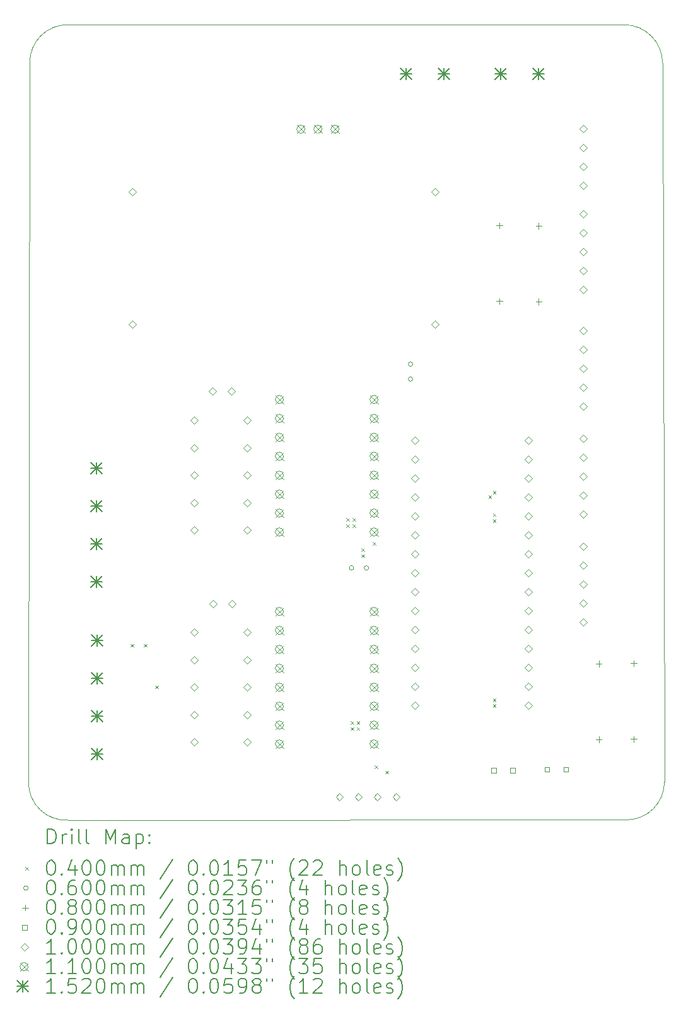
<source format=gbr>
%TF.GenerationSoftware,KiCad,Pcbnew,7.0.8*%
%TF.CreationDate,2024-03-21T20:29:25-04:00*%
%TF.ProjectId,TechDevPCB,54656368-4465-4765-9043-422e6b696361,rev?*%
%TF.SameCoordinates,Original*%
%TF.FileFunction,Drillmap*%
%TF.FilePolarity,Positive*%
%FSLAX45Y45*%
G04 Gerber Fmt 4.5, Leading zero omitted, Abs format (unit mm)*
G04 Created by KiCad (PCBNEW 7.0.8) date 2024-03-21 20:29:25*
%MOMM*%
%LPD*%
G01*
G04 APERTURE LIST*
%ADD10C,0.100000*%
%ADD11C,0.200000*%
%ADD12C,0.040000*%
%ADD13C,0.060000*%
%ADD14C,0.080000*%
%ADD15C,0.090000*%
%ADD16C,0.110000*%
%ADD17C,0.152000*%
G04 APERTURE END LIST*
D10*
X10965180Y-3810000D02*
G75*
G03*
X10457180Y-4318000I0J-508000D01*
G01*
X18953480Y-4325620D02*
G75*
G03*
X18437860Y-3810000I-515620J0D01*
G01*
X10440234Y-13979090D02*
G75*
G03*
X10972800Y-14485620I507166J0D01*
G01*
X18470880Y-14480540D02*
G75*
G03*
X18978880Y-13972540I0J508000D01*
G01*
X10457180Y-4318000D02*
X10440233Y-13979090D01*
X18470880Y-14480540D02*
X10972800Y-14485620D01*
X18404840Y-3810000D02*
X18437860Y-3810000D01*
X10965180Y-3810000D02*
X18404840Y-3810000D01*
X18978880Y-13972540D02*
X18953480Y-4325620D01*
D11*
D12*
X11808780Y-12121200D02*
X11848780Y-12161200D01*
X11848780Y-12121200D02*
X11808780Y-12161200D01*
X11986580Y-12121200D02*
X12026580Y-12161200D01*
X12026580Y-12121200D02*
X11986580Y-12161200D01*
X12138980Y-12680000D02*
X12178980Y-12720000D01*
X12178980Y-12680000D02*
X12138980Y-12720000D01*
X14709460Y-10432100D02*
X14749460Y-10472100D01*
X14749460Y-10432100D02*
X14709460Y-10472100D01*
X14709460Y-10513380D02*
X14749460Y-10553380D01*
X14749460Y-10513380D02*
X14709460Y-10553380D01*
X14767880Y-13160060D02*
X14807880Y-13200060D01*
X14807880Y-13160060D02*
X14767880Y-13200060D01*
X14767880Y-13238800D02*
X14807880Y-13278800D01*
X14807880Y-13238800D02*
X14767880Y-13278800D01*
X14790740Y-10432100D02*
X14830740Y-10472100D01*
X14830740Y-10432100D02*
X14790740Y-10472100D01*
X14790740Y-10513380D02*
X14830740Y-10553380D01*
X14830740Y-10513380D02*
X14790740Y-10553380D01*
X14846620Y-13160060D02*
X14886620Y-13200060D01*
X14886620Y-13160060D02*
X14846620Y-13200060D01*
X14846620Y-13238800D02*
X14886620Y-13278800D01*
X14886620Y-13238800D02*
X14846620Y-13278800D01*
X14912660Y-10838500D02*
X14952660Y-10878500D01*
X14952660Y-10838500D02*
X14912660Y-10878500D01*
X14912660Y-10917240D02*
X14952660Y-10957240D01*
X14952660Y-10917240D02*
X14912660Y-10957240D01*
X15065060Y-10752140D02*
X15105060Y-10792140D01*
X15105060Y-10752140D02*
X15065060Y-10792140D01*
X15085380Y-13748050D02*
X15125380Y-13788050D01*
X15125380Y-13748050D02*
X15085380Y-13788050D01*
X15232700Y-13823000D02*
X15272700Y-13863000D01*
X15272700Y-13823000D02*
X15232700Y-13863000D01*
X16617000Y-10127300D02*
X16657000Y-10167300D01*
X16657000Y-10127300D02*
X16617000Y-10167300D01*
X16675420Y-10068880D02*
X16715420Y-10108880D01*
X16715420Y-10068880D02*
X16675420Y-10108880D01*
X16675420Y-10368600D02*
X16715420Y-10408600D01*
X16715420Y-10368600D02*
X16675420Y-10408600D01*
X16675420Y-10447340D02*
X16715420Y-10487340D01*
X16715420Y-10447340D02*
X16675420Y-10487340D01*
X16675420Y-12852720D02*
X16715420Y-12892720D01*
X16715420Y-12852720D02*
X16675420Y-12892720D01*
X16675420Y-12931460D02*
X16715420Y-12971460D01*
X16715420Y-12931460D02*
X16675420Y-12971460D01*
D13*
X14808380Y-11099800D02*
G75*
G03*
X14808380Y-11099800I-30000J0D01*
G01*
X15008380Y-11099800D02*
G75*
G03*
X15008380Y-11099800I-30000J0D01*
G01*
X15600200Y-8366760D02*
G75*
G03*
X15600200Y-8366760I-30000J0D01*
G01*
X15600200Y-8566760D02*
G75*
G03*
X15600200Y-8566760I-30000J0D01*
G01*
D14*
X16764000Y-6464940D02*
X16764000Y-6544940D01*
X16724000Y-6504940D02*
X16804000Y-6504940D01*
X16764000Y-7480940D02*
X16764000Y-7560940D01*
X16724000Y-7520940D02*
X16804000Y-7520940D01*
X17292320Y-6470020D02*
X17292320Y-6550020D01*
X17252320Y-6510020D02*
X17332320Y-6510020D01*
X17292320Y-7486020D02*
X17292320Y-7566020D01*
X17252320Y-7526020D02*
X17332320Y-7526020D01*
X18097500Y-12345040D02*
X18097500Y-12425040D01*
X18057500Y-12385040D02*
X18137500Y-12385040D01*
X18097500Y-13361040D02*
X18097500Y-13441040D01*
X18057500Y-13401040D02*
X18137500Y-13401040D01*
X18567400Y-12339960D02*
X18567400Y-12419960D01*
X18527400Y-12379960D02*
X18607400Y-12379960D01*
X18567400Y-13355960D02*
X18567400Y-13435960D01*
X18527400Y-13395960D02*
X18607400Y-13395960D01*
D15*
X16717080Y-13849420D02*
X16717080Y-13785780D01*
X16653440Y-13785780D01*
X16653440Y-13849420D01*
X16717080Y-13849420D01*
X16971080Y-13849420D02*
X16971080Y-13785780D01*
X16907440Y-13785780D01*
X16907440Y-13849420D01*
X16971080Y-13849420D01*
X17433360Y-13836720D02*
X17433360Y-13773080D01*
X17369720Y-13773080D01*
X17369720Y-13836720D01*
X17433360Y-13836720D01*
X17687360Y-13836720D02*
X17687360Y-13773080D01*
X17623720Y-13773080D01*
X17623720Y-13836720D01*
X17687360Y-13836720D01*
D10*
X11839240Y-6103910D02*
X11889240Y-6053910D01*
X11839240Y-6003910D01*
X11789240Y-6053910D01*
X11839240Y-6103910D01*
X11839240Y-7881910D02*
X11889240Y-7831910D01*
X11839240Y-7781910D01*
X11789240Y-7831910D01*
X11839240Y-7881910D01*
X12666980Y-9168600D02*
X12716980Y-9118600D01*
X12666980Y-9068600D01*
X12616980Y-9118600D01*
X12666980Y-9168600D01*
X12666980Y-9536900D02*
X12716980Y-9486900D01*
X12666980Y-9436900D01*
X12616980Y-9486900D01*
X12666980Y-9536900D01*
X12666980Y-9905200D02*
X12716980Y-9855200D01*
X12666980Y-9805200D01*
X12616980Y-9855200D01*
X12666980Y-9905200D01*
X12666980Y-10273500D02*
X12716980Y-10223500D01*
X12666980Y-10173500D01*
X12616980Y-10223500D01*
X12666980Y-10273500D01*
X12666980Y-10641800D02*
X12716980Y-10591800D01*
X12666980Y-10541800D01*
X12616980Y-10591800D01*
X12666980Y-10641800D01*
X12666980Y-12013400D02*
X12716980Y-11963400D01*
X12666980Y-11913400D01*
X12616980Y-11963400D01*
X12666980Y-12013400D01*
X12666980Y-12381700D02*
X12716980Y-12331700D01*
X12666980Y-12281700D01*
X12616980Y-12331700D01*
X12666980Y-12381700D01*
X12666980Y-12750000D02*
X12716980Y-12700000D01*
X12666980Y-12650000D01*
X12616980Y-12700000D01*
X12666980Y-12750000D01*
X12666980Y-13118300D02*
X12716980Y-13068300D01*
X12666980Y-13018300D01*
X12616980Y-13068300D01*
X12666980Y-13118300D01*
X12666980Y-13486600D02*
X12716980Y-13436600D01*
X12666980Y-13386600D01*
X12616980Y-13436600D01*
X12666980Y-13486600D01*
X12908280Y-8774900D02*
X12958280Y-8724900D01*
X12908280Y-8674900D01*
X12858280Y-8724900D01*
X12908280Y-8774900D01*
X12920980Y-11632400D02*
X12970980Y-11582400D01*
X12920980Y-11532400D01*
X12870980Y-11582400D01*
X12920980Y-11632400D01*
X13162280Y-8774900D02*
X13212280Y-8724900D01*
X13162280Y-8674900D01*
X13112280Y-8724900D01*
X13162280Y-8774900D01*
X13174980Y-11632400D02*
X13224980Y-11582400D01*
X13174980Y-11532400D01*
X13124980Y-11582400D01*
X13174980Y-11632400D01*
X13378180Y-9168600D02*
X13428180Y-9118600D01*
X13378180Y-9068600D01*
X13328180Y-9118600D01*
X13378180Y-9168600D01*
X13378180Y-9536900D02*
X13428180Y-9486900D01*
X13378180Y-9436900D01*
X13328180Y-9486900D01*
X13378180Y-9536900D01*
X13378180Y-9905200D02*
X13428180Y-9855200D01*
X13378180Y-9805200D01*
X13328180Y-9855200D01*
X13378180Y-9905200D01*
X13378180Y-10273500D02*
X13428180Y-10223500D01*
X13378180Y-10173500D01*
X13328180Y-10223500D01*
X13378180Y-10273500D01*
X13378180Y-10641800D02*
X13428180Y-10591800D01*
X13378180Y-10541800D01*
X13328180Y-10591800D01*
X13378180Y-10641800D01*
X13378180Y-12013400D02*
X13428180Y-11963400D01*
X13378180Y-11913400D01*
X13328180Y-11963400D01*
X13378180Y-12013400D01*
X13378180Y-12381700D02*
X13428180Y-12331700D01*
X13378180Y-12281700D01*
X13328180Y-12331700D01*
X13378180Y-12381700D01*
X13378180Y-12750000D02*
X13428180Y-12700000D01*
X13378180Y-12650000D01*
X13328180Y-12700000D01*
X13378180Y-12750000D01*
X13378180Y-13118300D02*
X13428180Y-13068300D01*
X13378180Y-13018300D01*
X13328180Y-13068300D01*
X13378180Y-13118300D01*
X13378180Y-13486600D02*
X13428180Y-13436600D01*
X13378180Y-13386600D01*
X13328180Y-13436600D01*
X13378180Y-13486600D01*
X14616700Y-14220660D02*
X14666700Y-14170660D01*
X14616700Y-14120660D01*
X14566700Y-14170660D01*
X14616700Y-14220660D01*
X14870700Y-14220660D02*
X14920700Y-14170660D01*
X14870700Y-14120660D01*
X14820700Y-14170660D01*
X14870700Y-14220660D01*
X15124700Y-14220660D02*
X15174700Y-14170660D01*
X15124700Y-14120660D01*
X15074700Y-14170660D01*
X15124700Y-14220660D01*
X15378700Y-14220660D02*
X15428700Y-14170660D01*
X15378700Y-14120660D01*
X15328700Y-14170660D01*
X15378700Y-14220660D01*
X15626080Y-9435300D02*
X15676080Y-9385300D01*
X15626080Y-9335300D01*
X15576080Y-9385300D01*
X15626080Y-9435300D01*
X15626080Y-9689300D02*
X15676080Y-9639300D01*
X15626080Y-9589300D01*
X15576080Y-9639300D01*
X15626080Y-9689300D01*
X15626080Y-9943300D02*
X15676080Y-9893300D01*
X15626080Y-9843300D01*
X15576080Y-9893300D01*
X15626080Y-9943300D01*
X15626080Y-10197300D02*
X15676080Y-10147300D01*
X15626080Y-10097300D01*
X15576080Y-10147300D01*
X15626080Y-10197300D01*
X15626080Y-10451300D02*
X15676080Y-10401300D01*
X15626080Y-10351300D01*
X15576080Y-10401300D01*
X15626080Y-10451300D01*
X15626080Y-10705300D02*
X15676080Y-10655300D01*
X15626080Y-10605300D01*
X15576080Y-10655300D01*
X15626080Y-10705300D01*
X15626080Y-10959300D02*
X15676080Y-10909300D01*
X15626080Y-10859300D01*
X15576080Y-10909300D01*
X15626080Y-10959300D01*
X15626080Y-11213300D02*
X15676080Y-11163300D01*
X15626080Y-11113300D01*
X15576080Y-11163300D01*
X15626080Y-11213300D01*
X15626080Y-11467300D02*
X15676080Y-11417300D01*
X15626080Y-11367300D01*
X15576080Y-11417300D01*
X15626080Y-11467300D01*
X15626080Y-11721300D02*
X15676080Y-11671300D01*
X15626080Y-11621300D01*
X15576080Y-11671300D01*
X15626080Y-11721300D01*
X15626080Y-11975300D02*
X15676080Y-11925300D01*
X15626080Y-11875300D01*
X15576080Y-11925300D01*
X15626080Y-11975300D01*
X15626080Y-12229300D02*
X15676080Y-12179300D01*
X15626080Y-12129300D01*
X15576080Y-12179300D01*
X15626080Y-12229300D01*
X15626080Y-12483300D02*
X15676080Y-12433300D01*
X15626080Y-12383300D01*
X15576080Y-12433300D01*
X15626080Y-12483300D01*
X15626080Y-12737300D02*
X15676080Y-12687300D01*
X15626080Y-12637300D01*
X15576080Y-12687300D01*
X15626080Y-12737300D01*
X15626080Y-12991300D02*
X15676080Y-12941300D01*
X15626080Y-12891300D01*
X15576080Y-12941300D01*
X15626080Y-12991300D01*
X15903240Y-6103910D02*
X15953240Y-6053910D01*
X15903240Y-6003910D01*
X15853240Y-6053910D01*
X15903240Y-6103910D01*
X15903240Y-7881910D02*
X15953240Y-7831910D01*
X15903240Y-7781910D01*
X15853240Y-7831910D01*
X15903240Y-7881910D01*
X17150080Y-9435300D02*
X17200080Y-9385300D01*
X17150080Y-9335300D01*
X17100080Y-9385300D01*
X17150080Y-9435300D01*
X17150080Y-9689300D02*
X17200080Y-9639300D01*
X17150080Y-9589300D01*
X17100080Y-9639300D01*
X17150080Y-9689300D01*
X17150080Y-9943300D02*
X17200080Y-9893300D01*
X17150080Y-9843300D01*
X17100080Y-9893300D01*
X17150080Y-9943300D01*
X17150080Y-10197300D02*
X17200080Y-10147300D01*
X17150080Y-10097300D01*
X17100080Y-10147300D01*
X17150080Y-10197300D01*
X17150080Y-10451300D02*
X17200080Y-10401300D01*
X17150080Y-10351300D01*
X17100080Y-10401300D01*
X17150080Y-10451300D01*
X17150080Y-10705300D02*
X17200080Y-10655300D01*
X17150080Y-10605300D01*
X17100080Y-10655300D01*
X17150080Y-10705300D01*
X17150080Y-10959300D02*
X17200080Y-10909300D01*
X17150080Y-10859300D01*
X17100080Y-10909300D01*
X17150080Y-10959300D01*
X17150080Y-11213300D02*
X17200080Y-11163300D01*
X17150080Y-11113300D01*
X17100080Y-11163300D01*
X17150080Y-11213300D01*
X17150080Y-11467300D02*
X17200080Y-11417300D01*
X17150080Y-11367300D01*
X17100080Y-11417300D01*
X17150080Y-11467300D01*
X17150080Y-11721300D02*
X17200080Y-11671300D01*
X17150080Y-11621300D01*
X17100080Y-11671300D01*
X17150080Y-11721300D01*
X17150080Y-11975300D02*
X17200080Y-11925300D01*
X17150080Y-11875300D01*
X17100080Y-11925300D01*
X17150080Y-11975300D01*
X17150080Y-12229300D02*
X17200080Y-12179300D01*
X17150080Y-12129300D01*
X17100080Y-12179300D01*
X17150080Y-12229300D01*
X17150080Y-12483300D02*
X17200080Y-12433300D01*
X17150080Y-12383300D01*
X17100080Y-12433300D01*
X17150080Y-12483300D01*
X17150080Y-12737300D02*
X17200080Y-12687300D01*
X17150080Y-12637300D01*
X17100080Y-12687300D01*
X17150080Y-12737300D01*
X17150080Y-12991300D02*
X17200080Y-12941300D01*
X17150080Y-12891300D01*
X17100080Y-12941300D01*
X17150080Y-12991300D01*
X17886680Y-5257000D02*
X17936680Y-5207000D01*
X17886680Y-5157000D01*
X17836680Y-5207000D01*
X17886680Y-5257000D01*
X17886680Y-5511000D02*
X17936680Y-5461000D01*
X17886680Y-5411000D01*
X17836680Y-5461000D01*
X17886680Y-5511000D01*
X17886680Y-5765000D02*
X17936680Y-5715000D01*
X17886680Y-5665000D01*
X17836680Y-5715000D01*
X17886680Y-5765000D01*
X17886680Y-6019000D02*
X17936680Y-5969000D01*
X17886680Y-5919000D01*
X17836680Y-5969000D01*
X17886680Y-6019000D01*
X17886680Y-6400000D02*
X17936680Y-6350000D01*
X17886680Y-6300000D01*
X17836680Y-6350000D01*
X17886680Y-6400000D01*
X17886680Y-6654000D02*
X17936680Y-6604000D01*
X17886680Y-6554000D01*
X17836680Y-6604000D01*
X17886680Y-6654000D01*
X17886680Y-6908000D02*
X17936680Y-6858000D01*
X17886680Y-6808000D01*
X17836680Y-6858000D01*
X17886680Y-6908000D01*
X17886680Y-7162000D02*
X17936680Y-7112000D01*
X17886680Y-7062000D01*
X17836680Y-7112000D01*
X17886680Y-7162000D01*
X17886680Y-7416000D02*
X17936680Y-7366000D01*
X17886680Y-7316000D01*
X17836680Y-7366000D01*
X17886680Y-7416000D01*
X17886680Y-7962100D02*
X17936680Y-7912100D01*
X17886680Y-7862100D01*
X17836680Y-7912100D01*
X17886680Y-7962100D01*
X17886680Y-8216100D02*
X17936680Y-8166100D01*
X17886680Y-8116100D01*
X17836680Y-8166100D01*
X17886680Y-8216100D01*
X17886680Y-8470100D02*
X17936680Y-8420100D01*
X17886680Y-8370100D01*
X17836680Y-8420100D01*
X17886680Y-8470100D01*
X17886680Y-8724100D02*
X17936680Y-8674100D01*
X17886680Y-8624100D01*
X17836680Y-8674100D01*
X17886680Y-8724100D01*
X17886680Y-8978100D02*
X17936680Y-8928100D01*
X17886680Y-8878100D01*
X17836680Y-8928100D01*
X17886680Y-8978100D01*
X17886680Y-9409900D02*
X17936680Y-9359900D01*
X17886680Y-9309900D01*
X17836680Y-9359900D01*
X17886680Y-9409900D01*
X17886680Y-9663900D02*
X17936680Y-9613900D01*
X17886680Y-9563900D01*
X17836680Y-9613900D01*
X17886680Y-9663900D01*
X17886680Y-9917900D02*
X17936680Y-9867900D01*
X17886680Y-9817900D01*
X17836680Y-9867900D01*
X17886680Y-9917900D01*
X17886680Y-10171900D02*
X17936680Y-10121900D01*
X17886680Y-10071900D01*
X17836680Y-10121900D01*
X17886680Y-10171900D01*
X17886680Y-10425900D02*
X17936680Y-10375900D01*
X17886680Y-10325900D01*
X17836680Y-10375900D01*
X17886680Y-10425900D01*
X17886680Y-10857700D02*
X17936680Y-10807700D01*
X17886680Y-10757700D01*
X17836680Y-10807700D01*
X17886680Y-10857700D01*
X17886680Y-11111700D02*
X17936680Y-11061700D01*
X17886680Y-11011700D01*
X17836680Y-11061700D01*
X17886680Y-11111700D01*
X17886680Y-11365700D02*
X17936680Y-11315700D01*
X17886680Y-11265700D01*
X17836680Y-11315700D01*
X17886680Y-11365700D01*
X17886680Y-11619700D02*
X17936680Y-11569700D01*
X17886680Y-11519700D01*
X17836680Y-11569700D01*
X17886680Y-11619700D01*
X17886680Y-11873700D02*
X17936680Y-11823700D01*
X17886680Y-11773700D01*
X17836680Y-11823700D01*
X17886680Y-11873700D01*
D16*
X13754980Y-8784200D02*
X13864980Y-8894200D01*
X13864980Y-8784200D02*
X13754980Y-8894200D01*
X13864980Y-8839200D02*
G75*
G03*
X13864980Y-8839200I-55000J0D01*
G01*
X13754980Y-9038200D02*
X13864980Y-9148200D01*
X13864980Y-9038200D02*
X13754980Y-9148200D01*
X13864980Y-9093200D02*
G75*
G03*
X13864980Y-9093200I-55000J0D01*
G01*
X13754980Y-9292200D02*
X13864980Y-9402200D01*
X13864980Y-9292200D02*
X13754980Y-9402200D01*
X13864980Y-9347200D02*
G75*
G03*
X13864980Y-9347200I-55000J0D01*
G01*
X13754980Y-9546200D02*
X13864980Y-9656200D01*
X13864980Y-9546200D02*
X13754980Y-9656200D01*
X13864980Y-9601200D02*
G75*
G03*
X13864980Y-9601200I-55000J0D01*
G01*
X13754980Y-9800200D02*
X13864980Y-9910200D01*
X13864980Y-9800200D02*
X13754980Y-9910200D01*
X13864980Y-9855200D02*
G75*
G03*
X13864980Y-9855200I-55000J0D01*
G01*
X13754980Y-10054200D02*
X13864980Y-10164200D01*
X13864980Y-10054200D02*
X13754980Y-10164200D01*
X13864980Y-10109200D02*
G75*
G03*
X13864980Y-10109200I-55000J0D01*
G01*
X13754980Y-10308200D02*
X13864980Y-10418200D01*
X13864980Y-10308200D02*
X13754980Y-10418200D01*
X13864980Y-10363200D02*
G75*
G03*
X13864980Y-10363200I-55000J0D01*
G01*
X13754980Y-10562200D02*
X13864980Y-10672200D01*
X13864980Y-10562200D02*
X13754980Y-10672200D01*
X13864980Y-10617200D02*
G75*
G03*
X13864980Y-10617200I-55000J0D01*
G01*
X13754980Y-11629000D02*
X13864980Y-11739000D01*
X13864980Y-11629000D02*
X13754980Y-11739000D01*
X13864980Y-11684000D02*
G75*
G03*
X13864980Y-11684000I-55000J0D01*
G01*
X13754980Y-11883000D02*
X13864980Y-11993000D01*
X13864980Y-11883000D02*
X13754980Y-11993000D01*
X13864980Y-11938000D02*
G75*
G03*
X13864980Y-11938000I-55000J0D01*
G01*
X13754980Y-12137000D02*
X13864980Y-12247000D01*
X13864980Y-12137000D02*
X13754980Y-12247000D01*
X13864980Y-12192000D02*
G75*
G03*
X13864980Y-12192000I-55000J0D01*
G01*
X13754980Y-12391000D02*
X13864980Y-12501000D01*
X13864980Y-12391000D02*
X13754980Y-12501000D01*
X13864980Y-12446000D02*
G75*
G03*
X13864980Y-12446000I-55000J0D01*
G01*
X13754980Y-12645000D02*
X13864980Y-12755000D01*
X13864980Y-12645000D02*
X13754980Y-12755000D01*
X13864980Y-12700000D02*
G75*
G03*
X13864980Y-12700000I-55000J0D01*
G01*
X13754980Y-12899000D02*
X13864980Y-13009000D01*
X13864980Y-12899000D02*
X13754980Y-13009000D01*
X13864980Y-12954000D02*
G75*
G03*
X13864980Y-12954000I-55000J0D01*
G01*
X13754980Y-13153000D02*
X13864980Y-13263000D01*
X13864980Y-13153000D02*
X13754980Y-13263000D01*
X13864980Y-13208000D02*
G75*
G03*
X13864980Y-13208000I-55000J0D01*
G01*
X13754980Y-13407000D02*
X13864980Y-13517000D01*
X13864980Y-13407000D02*
X13754980Y-13517000D01*
X13864980Y-13462000D02*
G75*
G03*
X13864980Y-13462000I-55000J0D01*
G01*
X14042000Y-5157080D02*
X14152000Y-5267080D01*
X14152000Y-5157080D02*
X14042000Y-5267080D01*
X14152000Y-5212080D02*
G75*
G03*
X14152000Y-5212080I-55000J0D01*
G01*
X14271000Y-5157080D02*
X14381000Y-5267080D01*
X14381000Y-5157080D02*
X14271000Y-5267080D01*
X14381000Y-5212080D02*
G75*
G03*
X14381000Y-5212080I-55000J0D01*
G01*
X14500000Y-5157080D02*
X14610000Y-5267080D01*
X14610000Y-5157080D02*
X14500000Y-5267080D01*
X14610000Y-5212080D02*
G75*
G03*
X14610000Y-5212080I-55000J0D01*
G01*
X15024980Y-8784200D02*
X15134980Y-8894200D01*
X15134980Y-8784200D02*
X15024980Y-8894200D01*
X15134980Y-8839200D02*
G75*
G03*
X15134980Y-8839200I-55000J0D01*
G01*
X15024980Y-9038200D02*
X15134980Y-9148200D01*
X15134980Y-9038200D02*
X15024980Y-9148200D01*
X15134980Y-9093200D02*
G75*
G03*
X15134980Y-9093200I-55000J0D01*
G01*
X15024980Y-9292200D02*
X15134980Y-9402200D01*
X15134980Y-9292200D02*
X15024980Y-9402200D01*
X15134980Y-9347200D02*
G75*
G03*
X15134980Y-9347200I-55000J0D01*
G01*
X15024980Y-9546200D02*
X15134980Y-9656200D01*
X15134980Y-9546200D02*
X15024980Y-9656200D01*
X15134980Y-9601200D02*
G75*
G03*
X15134980Y-9601200I-55000J0D01*
G01*
X15024980Y-9800200D02*
X15134980Y-9910200D01*
X15134980Y-9800200D02*
X15024980Y-9910200D01*
X15134980Y-9855200D02*
G75*
G03*
X15134980Y-9855200I-55000J0D01*
G01*
X15024980Y-10054200D02*
X15134980Y-10164200D01*
X15134980Y-10054200D02*
X15024980Y-10164200D01*
X15134980Y-10109200D02*
G75*
G03*
X15134980Y-10109200I-55000J0D01*
G01*
X15024980Y-10308200D02*
X15134980Y-10418200D01*
X15134980Y-10308200D02*
X15024980Y-10418200D01*
X15134980Y-10363200D02*
G75*
G03*
X15134980Y-10363200I-55000J0D01*
G01*
X15024980Y-10562200D02*
X15134980Y-10672200D01*
X15134980Y-10562200D02*
X15024980Y-10672200D01*
X15134980Y-10617200D02*
G75*
G03*
X15134980Y-10617200I-55000J0D01*
G01*
X15024980Y-11629000D02*
X15134980Y-11739000D01*
X15134980Y-11629000D02*
X15024980Y-11739000D01*
X15134980Y-11684000D02*
G75*
G03*
X15134980Y-11684000I-55000J0D01*
G01*
X15024980Y-11883000D02*
X15134980Y-11993000D01*
X15134980Y-11883000D02*
X15024980Y-11993000D01*
X15134980Y-11938000D02*
G75*
G03*
X15134980Y-11938000I-55000J0D01*
G01*
X15024980Y-12137000D02*
X15134980Y-12247000D01*
X15134980Y-12137000D02*
X15024980Y-12247000D01*
X15134980Y-12192000D02*
G75*
G03*
X15134980Y-12192000I-55000J0D01*
G01*
X15024980Y-12391000D02*
X15134980Y-12501000D01*
X15134980Y-12391000D02*
X15024980Y-12501000D01*
X15134980Y-12446000D02*
G75*
G03*
X15134980Y-12446000I-55000J0D01*
G01*
X15024980Y-12645000D02*
X15134980Y-12755000D01*
X15134980Y-12645000D02*
X15024980Y-12755000D01*
X15134980Y-12700000D02*
G75*
G03*
X15134980Y-12700000I-55000J0D01*
G01*
X15024980Y-12899000D02*
X15134980Y-13009000D01*
X15134980Y-12899000D02*
X15024980Y-13009000D01*
X15134980Y-12954000D02*
G75*
G03*
X15134980Y-12954000I-55000J0D01*
G01*
X15024980Y-13153000D02*
X15134980Y-13263000D01*
X15134980Y-13153000D02*
X15024980Y-13263000D01*
X15134980Y-13208000D02*
G75*
G03*
X15134980Y-13208000I-55000J0D01*
G01*
X15024980Y-13407000D02*
X15134980Y-13517000D01*
X15134980Y-13407000D02*
X15024980Y-13517000D01*
X15134980Y-13462000D02*
G75*
G03*
X15134980Y-13462000I-55000J0D01*
G01*
D17*
X11280340Y-9687760D02*
X11432340Y-9839760D01*
X11432340Y-9687760D02*
X11280340Y-9839760D01*
X11356340Y-9687760D02*
X11356340Y-9839760D01*
X11280340Y-9763760D02*
X11432340Y-9763760D01*
X11280340Y-10195760D02*
X11432340Y-10347760D01*
X11432340Y-10195760D02*
X11280340Y-10347760D01*
X11356340Y-10195760D02*
X11356340Y-10347760D01*
X11280340Y-10271760D02*
X11432340Y-10271760D01*
X11280340Y-10703760D02*
X11432340Y-10855760D01*
X11432340Y-10703760D02*
X11280340Y-10855760D01*
X11356340Y-10703760D02*
X11356340Y-10855760D01*
X11280340Y-10779760D02*
X11432340Y-10779760D01*
X11280340Y-11211760D02*
X11432340Y-11363760D01*
X11432340Y-11211760D02*
X11280340Y-11363760D01*
X11356340Y-11211760D02*
X11356340Y-11363760D01*
X11280340Y-11287760D02*
X11432340Y-11287760D01*
X11285420Y-11996620D02*
X11437420Y-12148620D01*
X11437420Y-11996620D02*
X11285420Y-12148620D01*
X11361420Y-11996620D02*
X11361420Y-12148620D01*
X11285420Y-12072620D02*
X11437420Y-12072620D01*
X11285420Y-12504620D02*
X11437420Y-12656620D01*
X11437420Y-12504620D02*
X11285420Y-12656620D01*
X11361420Y-12504620D02*
X11361420Y-12656620D01*
X11285420Y-12580620D02*
X11437420Y-12580620D01*
X11285420Y-13012620D02*
X11437420Y-13164620D01*
X11437420Y-13012620D02*
X11285420Y-13164620D01*
X11361420Y-13012620D02*
X11361420Y-13164620D01*
X11285420Y-13088620D02*
X11437420Y-13088620D01*
X11285420Y-13520620D02*
X11437420Y-13672620D01*
X11437420Y-13520620D02*
X11285420Y-13672620D01*
X11361420Y-13520620D02*
X11361420Y-13672620D01*
X11285420Y-13596620D02*
X11437420Y-13596620D01*
X15435780Y-4394400D02*
X15587780Y-4546400D01*
X15587780Y-4394400D02*
X15435780Y-4546400D01*
X15511780Y-4394400D02*
X15511780Y-4546400D01*
X15435780Y-4470400D02*
X15587780Y-4470400D01*
X15943780Y-4394400D02*
X16095780Y-4546400D01*
X16095780Y-4394400D02*
X15943780Y-4546400D01*
X16019780Y-4394400D02*
X16019780Y-4546400D01*
X15943780Y-4470400D02*
X16095780Y-4470400D01*
X16705780Y-4394400D02*
X16857780Y-4546400D01*
X16857780Y-4394400D02*
X16705780Y-4546400D01*
X16781780Y-4394400D02*
X16781780Y-4546400D01*
X16705780Y-4470400D02*
X16857780Y-4470400D01*
X17213780Y-4394400D02*
X17365780Y-4546400D01*
X17365780Y-4394400D02*
X17213780Y-4546400D01*
X17289780Y-4394400D02*
X17289780Y-4546400D01*
X17213780Y-4470400D02*
X17365780Y-4470400D01*
D11*
X10696010Y-14802740D02*
X10696010Y-14602740D01*
X10696010Y-14602740D02*
X10743629Y-14602740D01*
X10743629Y-14602740D02*
X10772201Y-14612264D01*
X10772201Y-14612264D02*
X10791248Y-14631311D01*
X10791248Y-14631311D02*
X10800772Y-14650359D01*
X10800772Y-14650359D02*
X10810296Y-14688454D01*
X10810296Y-14688454D02*
X10810296Y-14717026D01*
X10810296Y-14717026D02*
X10800772Y-14755121D01*
X10800772Y-14755121D02*
X10791248Y-14774169D01*
X10791248Y-14774169D02*
X10772201Y-14793216D01*
X10772201Y-14793216D02*
X10743629Y-14802740D01*
X10743629Y-14802740D02*
X10696010Y-14802740D01*
X10896010Y-14802740D02*
X10896010Y-14669407D01*
X10896010Y-14707502D02*
X10905534Y-14688454D01*
X10905534Y-14688454D02*
X10915058Y-14678930D01*
X10915058Y-14678930D02*
X10934105Y-14669407D01*
X10934105Y-14669407D02*
X10953153Y-14669407D01*
X11019820Y-14802740D02*
X11019820Y-14669407D01*
X11019820Y-14602740D02*
X11010296Y-14612264D01*
X11010296Y-14612264D02*
X11019820Y-14621788D01*
X11019820Y-14621788D02*
X11029343Y-14612264D01*
X11029343Y-14612264D02*
X11019820Y-14602740D01*
X11019820Y-14602740D02*
X11019820Y-14621788D01*
X11143629Y-14802740D02*
X11124582Y-14793216D01*
X11124582Y-14793216D02*
X11115058Y-14774169D01*
X11115058Y-14774169D02*
X11115058Y-14602740D01*
X11248391Y-14802740D02*
X11229343Y-14793216D01*
X11229343Y-14793216D02*
X11219820Y-14774169D01*
X11219820Y-14774169D02*
X11219820Y-14602740D01*
X11476962Y-14802740D02*
X11476962Y-14602740D01*
X11476962Y-14602740D02*
X11543629Y-14745597D01*
X11543629Y-14745597D02*
X11610296Y-14602740D01*
X11610296Y-14602740D02*
X11610296Y-14802740D01*
X11791248Y-14802740D02*
X11791248Y-14697978D01*
X11791248Y-14697978D02*
X11781724Y-14678930D01*
X11781724Y-14678930D02*
X11762677Y-14669407D01*
X11762677Y-14669407D02*
X11724581Y-14669407D01*
X11724581Y-14669407D02*
X11705534Y-14678930D01*
X11791248Y-14793216D02*
X11772201Y-14802740D01*
X11772201Y-14802740D02*
X11724581Y-14802740D01*
X11724581Y-14802740D02*
X11705534Y-14793216D01*
X11705534Y-14793216D02*
X11696010Y-14774169D01*
X11696010Y-14774169D02*
X11696010Y-14755121D01*
X11696010Y-14755121D02*
X11705534Y-14736073D01*
X11705534Y-14736073D02*
X11724581Y-14726550D01*
X11724581Y-14726550D02*
X11772201Y-14726550D01*
X11772201Y-14726550D02*
X11791248Y-14717026D01*
X11886486Y-14669407D02*
X11886486Y-14869407D01*
X11886486Y-14678930D02*
X11905534Y-14669407D01*
X11905534Y-14669407D02*
X11943629Y-14669407D01*
X11943629Y-14669407D02*
X11962677Y-14678930D01*
X11962677Y-14678930D02*
X11972201Y-14688454D01*
X11972201Y-14688454D02*
X11981724Y-14707502D01*
X11981724Y-14707502D02*
X11981724Y-14764645D01*
X11981724Y-14764645D02*
X11972201Y-14783692D01*
X11972201Y-14783692D02*
X11962677Y-14793216D01*
X11962677Y-14793216D02*
X11943629Y-14802740D01*
X11943629Y-14802740D02*
X11905534Y-14802740D01*
X11905534Y-14802740D02*
X11886486Y-14793216D01*
X12067439Y-14783692D02*
X12076962Y-14793216D01*
X12076962Y-14793216D02*
X12067439Y-14802740D01*
X12067439Y-14802740D02*
X12057915Y-14793216D01*
X12057915Y-14793216D02*
X12067439Y-14783692D01*
X12067439Y-14783692D02*
X12067439Y-14802740D01*
X12067439Y-14678930D02*
X12076962Y-14688454D01*
X12076962Y-14688454D02*
X12067439Y-14697978D01*
X12067439Y-14697978D02*
X12057915Y-14688454D01*
X12057915Y-14688454D02*
X12067439Y-14678930D01*
X12067439Y-14678930D02*
X12067439Y-14697978D01*
D12*
X10395233Y-15111256D02*
X10435233Y-15151256D01*
X10435233Y-15111256D02*
X10395233Y-15151256D01*
D11*
X10734105Y-15022740D02*
X10753153Y-15022740D01*
X10753153Y-15022740D02*
X10772201Y-15032264D01*
X10772201Y-15032264D02*
X10781724Y-15041788D01*
X10781724Y-15041788D02*
X10791248Y-15060835D01*
X10791248Y-15060835D02*
X10800772Y-15098930D01*
X10800772Y-15098930D02*
X10800772Y-15146550D01*
X10800772Y-15146550D02*
X10791248Y-15184645D01*
X10791248Y-15184645D02*
X10781724Y-15203692D01*
X10781724Y-15203692D02*
X10772201Y-15213216D01*
X10772201Y-15213216D02*
X10753153Y-15222740D01*
X10753153Y-15222740D02*
X10734105Y-15222740D01*
X10734105Y-15222740D02*
X10715058Y-15213216D01*
X10715058Y-15213216D02*
X10705534Y-15203692D01*
X10705534Y-15203692D02*
X10696010Y-15184645D01*
X10696010Y-15184645D02*
X10686486Y-15146550D01*
X10686486Y-15146550D02*
X10686486Y-15098930D01*
X10686486Y-15098930D02*
X10696010Y-15060835D01*
X10696010Y-15060835D02*
X10705534Y-15041788D01*
X10705534Y-15041788D02*
X10715058Y-15032264D01*
X10715058Y-15032264D02*
X10734105Y-15022740D01*
X10886486Y-15203692D02*
X10896010Y-15213216D01*
X10896010Y-15213216D02*
X10886486Y-15222740D01*
X10886486Y-15222740D02*
X10876963Y-15213216D01*
X10876963Y-15213216D02*
X10886486Y-15203692D01*
X10886486Y-15203692D02*
X10886486Y-15222740D01*
X11067439Y-15089407D02*
X11067439Y-15222740D01*
X11019820Y-15013216D02*
X10972201Y-15156073D01*
X10972201Y-15156073D02*
X11096010Y-15156073D01*
X11210296Y-15022740D02*
X11229343Y-15022740D01*
X11229343Y-15022740D02*
X11248391Y-15032264D01*
X11248391Y-15032264D02*
X11257915Y-15041788D01*
X11257915Y-15041788D02*
X11267439Y-15060835D01*
X11267439Y-15060835D02*
X11276962Y-15098930D01*
X11276962Y-15098930D02*
X11276962Y-15146550D01*
X11276962Y-15146550D02*
X11267439Y-15184645D01*
X11267439Y-15184645D02*
X11257915Y-15203692D01*
X11257915Y-15203692D02*
X11248391Y-15213216D01*
X11248391Y-15213216D02*
X11229343Y-15222740D01*
X11229343Y-15222740D02*
X11210296Y-15222740D01*
X11210296Y-15222740D02*
X11191248Y-15213216D01*
X11191248Y-15213216D02*
X11181724Y-15203692D01*
X11181724Y-15203692D02*
X11172201Y-15184645D01*
X11172201Y-15184645D02*
X11162677Y-15146550D01*
X11162677Y-15146550D02*
X11162677Y-15098930D01*
X11162677Y-15098930D02*
X11172201Y-15060835D01*
X11172201Y-15060835D02*
X11181724Y-15041788D01*
X11181724Y-15041788D02*
X11191248Y-15032264D01*
X11191248Y-15032264D02*
X11210296Y-15022740D01*
X11400772Y-15022740D02*
X11419820Y-15022740D01*
X11419820Y-15022740D02*
X11438867Y-15032264D01*
X11438867Y-15032264D02*
X11448391Y-15041788D01*
X11448391Y-15041788D02*
X11457915Y-15060835D01*
X11457915Y-15060835D02*
X11467439Y-15098930D01*
X11467439Y-15098930D02*
X11467439Y-15146550D01*
X11467439Y-15146550D02*
X11457915Y-15184645D01*
X11457915Y-15184645D02*
X11448391Y-15203692D01*
X11448391Y-15203692D02*
X11438867Y-15213216D01*
X11438867Y-15213216D02*
X11419820Y-15222740D01*
X11419820Y-15222740D02*
X11400772Y-15222740D01*
X11400772Y-15222740D02*
X11381724Y-15213216D01*
X11381724Y-15213216D02*
X11372201Y-15203692D01*
X11372201Y-15203692D02*
X11362677Y-15184645D01*
X11362677Y-15184645D02*
X11353153Y-15146550D01*
X11353153Y-15146550D02*
X11353153Y-15098930D01*
X11353153Y-15098930D02*
X11362677Y-15060835D01*
X11362677Y-15060835D02*
X11372201Y-15041788D01*
X11372201Y-15041788D02*
X11381724Y-15032264D01*
X11381724Y-15032264D02*
X11400772Y-15022740D01*
X11553153Y-15222740D02*
X11553153Y-15089407D01*
X11553153Y-15108454D02*
X11562677Y-15098930D01*
X11562677Y-15098930D02*
X11581724Y-15089407D01*
X11581724Y-15089407D02*
X11610296Y-15089407D01*
X11610296Y-15089407D02*
X11629343Y-15098930D01*
X11629343Y-15098930D02*
X11638867Y-15117978D01*
X11638867Y-15117978D02*
X11638867Y-15222740D01*
X11638867Y-15117978D02*
X11648391Y-15098930D01*
X11648391Y-15098930D02*
X11667439Y-15089407D01*
X11667439Y-15089407D02*
X11696010Y-15089407D01*
X11696010Y-15089407D02*
X11715058Y-15098930D01*
X11715058Y-15098930D02*
X11724582Y-15117978D01*
X11724582Y-15117978D02*
X11724582Y-15222740D01*
X11819820Y-15222740D02*
X11819820Y-15089407D01*
X11819820Y-15108454D02*
X11829343Y-15098930D01*
X11829343Y-15098930D02*
X11848391Y-15089407D01*
X11848391Y-15089407D02*
X11876963Y-15089407D01*
X11876963Y-15089407D02*
X11896010Y-15098930D01*
X11896010Y-15098930D02*
X11905534Y-15117978D01*
X11905534Y-15117978D02*
X11905534Y-15222740D01*
X11905534Y-15117978D02*
X11915058Y-15098930D01*
X11915058Y-15098930D02*
X11934105Y-15089407D01*
X11934105Y-15089407D02*
X11962677Y-15089407D01*
X11962677Y-15089407D02*
X11981724Y-15098930D01*
X11981724Y-15098930D02*
X11991248Y-15117978D01*
X11991248Y-15117978D02*
X11991248Y-15222740D01*
X12381724Y-15013216D02*
X12210296Y-15270359D01*
X12638867Y-15022740D02*
X12657915Y-15022740D01*
X12657915Y-15022740D02*
X12676963Y-15032264D01*
X12676963Y-15032264D02*
X12686486Y-15041788D01*
X12686486Y-15041788D02*
X12696010Y-15060835D01*
X12696010Y-15060835D02*
X12705534Y-15098930D01*
X12705534Y-15098930D02*
X12705534Y-15146550D01*
X12705534Y-15146550D02*
X12696010Y-15184645D01*
X12696010Y-15184645D02*
X12686486Y-15203692D01*
X12686486Y-15203692D02*
X12676963Y-15213216D01*
X12676963Y-15213216D02*
X12657915Y-15222740D01*
X12657915Y-15222740D02*
X12638867Y-15222740D01*
X12638867Y-15222740D02*
X12619820Y-15213216D01*
X12619820Y-15213216D02*
X12610296Y-15203692D01*
X12610296Y-15203692D02*
X12600772Y-15184645D01*
X12600772Y-15184645D02*
X12591248Y-15146550D01*
X12591248Y-15146550D02*
X12591248Y-15098930D01*
X12591248Y-15098930D02*
X12600772Y-15060835D01*
X12600772Y-15060835D02*
X12610296Y-15041788D01*
X12610296Y-15041788D02*
X12619820Y-15032264D01*
X12619820Y-15032264D02*
X12638867Y-15022740D01*
X12791248Y-15203692D02*
X12800772Y-15213216D01*
X12800772Y-15213216D02*
X12791248Y-15222740D01*
X12791248Y-15222740D02*
X12781725Y-15213216D01*
X12781725Y-15213216D02*
X12791248Y-15203692D01*
X12791248Y-15203692D02*
X12791248Y-15222740D01*
X12924582Y-15022740D02*
X12943629Y-15022740D01*
X12943629Y-15022740D02*
X12962677Y-15032264D01*
X12962677Y-15032264D02*
X12972201Y-15041788D01*
X12972201Y-15041788D02*
X12981725Y-15060835D01*
X12981725Y-15060835D02*
X12991248Y-15098930D01*
X12991248Y-15098930D02*
X12991248Y-15146550D01*
X12991248Y-15146550D02*
X12981725Y-15184645D01*
X12981725Y-15184645D02*
X12972201Y-15203692D01*
X12972201Y-15203692D02*
X12962677Y-15213216D01*
X12962677Y-15213216D02*
X12943629Y-15222740D01*
X12943629Y-15222740D02*
X12924582Y-15222740D01*
X12924582Y-15222740D02*
X12905534Y-15213216D01*
X12905534Y-15213216D02*
X12896010Y-15203692D01*
X12896010Y-15203692D02*
X12886486Y-15184645D01*
X12886486Y-15184645D02*
X12876963Y-15146550D01*
X12876963Y-15146550D02*
X12876963Y-15098930D01*
X12876963Y-15098930D02*
X12886486Y-15060835D01*
X12886486Y-15060835D02*
X12896010Y-15041788D01*
X12896010Y-15041788D02*
X12905534Y-15032264D01*
X12905534Y-15032264D02*
X12924582Y-15022740D01*
X13181725Y-15222740D02*
X13067439Y-15222740D01*
X13124582Y-15222740D02*
X13124582Y-15022740D01*
X13124582Y-15022740D02*
X13105534Y-15051311D01*
X13105534Y-15051311D02*
X13086486Y-15070359D01*
X13086486Y-15070359D02*
X13067439Y-15079883D01*
X13362677Y-15022740D02*
X13267439Y-15022740D01*
X13267439Y-15022740D02*
X13257915Y-15117978D01*
X13257915Y-15117978D02*
X13267439Y-15108454D01*
X13267439Y-15108454D02*
X13286486Y-15098930D01*
X13286486Y-15098930D02*
X13334106Y-15098930D01*
X13334106Y-15098930D02*
X13353153Y-15108454D01*
X13353153Y-15108454D02*
X13362677Y-15117978D01*
X13362677Y-15117978D02*
X13372201Y-15137026D01*
X13372201Y-15137026D02*
X13372201Y-15184645D01*
X13372201Y-15184645D02*
X13362677Y-15203692D01*
X13362677Y-15203692D02*
X13353153Y-15213216D01*
X13353153Y-15213216D02*
X13334106Y-15222740D01*
X13334106Y-15222740D02*
X13286486Y-15222740D01*
X13286486Y-15222740D02*
X13267439Y-15213216D01*
X13267439Y-15213216D02*
X13257915Y-15203692D01*
X13438867Y-15022740D02*
X13572201Y-15022740D01*
X13572201Y-15022740D02*
X13486486Y-15222740D01*
X13638867Y-15022740D02*
X13638867Y-15060835D01*
X13715058Y-15022740D02*
X13715058Y-15060835D01*
X14010296Y-15298930D02*
X14000772Y-15289407D01*
X14000772Y-15289407D02*
X13981725Y-15260835D01*
X13981725Y-15260835D02*
X13972201Y-15241788D01*
X13972201Y-15241788D02*
X13962677Y-15213216D01*
X13962677Y-15213216D02*
X13953153Y-15165597D01*
X13953153Y-15165597D02*
X13953153Y-15127502D01*
X13953153Y-15127502D02*
X13962677Y-15079883D01*
X13962677Y-15079883D02*
X13972201Y-15051311D01*
X13972201Y-15051311D02*
X13981725Y-15032264D01*
X13981725Y-15032264D02*
X14000772Y-15003692D01*
X14000772Y-15003692D02*
X14010296Y-14994169D01*
X14076963Y-15041788D02*
X14086487Y-15032264D01*
X14086487Y-15032264D02*
X14105534Y-15022740D01*
X14105534Y-15022740D02*
X14153153Y-15022740D01*
X14153153Y-15022740D02*
X14172201Y-15032264D01*
X14172201Y-15032264D02*
X14181725Y-15041788D01*
X14181725Y-15041788D02*
X14191248Y-15060835D01*
X14191248Y-15060835D02*
X14191248Y-15079883D01*
X14191248Y-15079883D02*
X14181725Y-15108454D01*
X14181725Y-15108454D02*
X14067439Y-15222740D01*
X14067439Y-15222740D02*
X14191248Y-15222740D01*
X14267439Y-15041788D02*
X14276963Y-15032264D01*
X14276963Y-15032264D02*
X14296010Y-15022740D01*
X14296010Y-15022740D02*
X14343629Y-15022740D01*
X14343629Y-15022740D02*
X14362677Y-15032264D01*
X14362677Y-15032264D02*
X14372201Y-15041788D01*
X14372201Y-15041788D02*
X14381725Y-15060835D01*
X14381725Y-15060835D02*
X14381725Y-15079883D01*
X14381725Y-15079883D02*
X14372201Y-15108454D01*
X14372201Y-15108454D02*
X14257915Y-15222740D01*
X14257915Y-15222740D02*
X14381725Y-15222740D01*
X14619820Y-15222740D02*
X14619820Y-15022740D01*
X14705534Y-15222740D02*
X14705534Y-15117978D01*
X14705534Y-15117978D02*
X14696010Y-15098930D01*
X14696010Y-15098930D02*
X14676963Y-15089407D01*
X14676963Y-15089407D02*
X14648391Y-15089407D01*
X14648391Y-15089407D02*
X14629344Y-15098930D01*
X14629344Y-15098930D02*
X14619820Y-15108454D01*
X14829344Y-15222740D02*
X14810296Y-15213216D01*
X14810296Y-15213216D02*
X14800772Y-15203692D01*
X14800772Y-15203692D02*
X14791249Y-15184645D01*
X14791249Y-15184645D02*
X14791249Y-15127502D01*
X14791249Y-15127502D02*
X14800772Y-15108454D01*
X14800772Y-15108454D02*
X14810296Y-15098930D01*
X14810296Y-15098930D02*
X14829344Y-15089407D01*
X14829344Y-15089407D02*
X14857915Y-15089407D01*
X14857915Y-15089407D02*
X14876963Y-15098930D01*
X14876963Y-15098930D02*
X14886487Y-15108454D01*
X14886487Y-15108454D02*
X14896010Y-15127502D01*
X14896010Y-15127502D02*
X14896010Y-15184645D01*
X14896010Y-15184645D02*
X14886487Y-15203692D01*
X14886487Y-15203692D02*
X14876963Y-15213216D01*
X14876963Y-15213216D02*
X14857915Y-15222740D01*
X14857915Y-15222740D02*
X14829344Y-15222740D01*
X15010296Y-15222740D02*
X14991249Y-15213216D01*
X14991249Y-15213216D02*
X14981725Y-15194169D01*
X14981725Y-15194169D02*
X14981725Y-15022740D01*
X15162677Y-15213216D02*
X15143630Y-15222740D01*
X15143630Y-15222740D02*
X15105534Y-15222740D01*
X15105534Y-15222740D02*
X15086487Y-15213216D01*
X15086487Y-15213216D02*
X15076963Y-15194169D01*
X15076963Y-15194169D02*
X15076963Y-15117978D01*
X15076963Y-15117978D02*
X15086487Y-15098930D01*
X15086487Y-15098930D02*
X15105534Y-15089407D01*
X15105534Y-15089407D02*
X15143630Y-15089407D01*
X15143630Y-15089407D02*
X15162677Y-15098930D01*
X15162677Y-15098930D02*
X15172201Y-15117978D01*
X15172201Y-15117978D02*
X15172201Y-15137026D01*
X15172201Y-15137026D02*
X15076963Y-15156073D01*
X15248391Y-15213216D02*
X15267439Y-15222740D01*
X15267439Y-15222740D02*
X15305534Y-15222740D01*
X15305534Y-15222740D02*
X15324582Y-15213216D01*
X15324582Y-15213216D02*
X15334106Y-15194169D01*
X15334106Y-15194169D02*
X15334106Y-15184645D01*
X15334106Y-15184645D02*
X15324582Y-15165597D01*
X15324582Y-15165597D02*
X15305534Y-15156073D01*
X15305534Y-15156073D02*
X15276963Y-15156073D01*
X15276963Y-15156073D02*
X15257915Y-15146550D01*
X15257915Y-15146550D02*
X15248391Y-15127502D01*
X15248391Y-15127502D02*
X15248391Y-15117978D01*
X15248391Y-15117978D02*
X15257915Y-15098930D01*
X15257915Y-15098930D02*
X15276963Y-15089407D01*
X15276963Y-15089407D02*
X15305534Y-15089407D01*
X15305534Y-15089407D02*
X15324582Y-15098930D01*
X15400772Y-15298930D02*
X15410296Y-15289407D01*
X15410296Y-15289407D02*
X15429344Y-15260835D01*
X15429344Y-15260835D02*
X15438868Y-15241788D01*
X15438868Y-15241788D02*
X15448391Y-15213216D01*
X15448391Y-15213216D02*
X15457915Y-15165597D01*
X15457915Y-15165597D02*
X15457915Y-15127502D01*
X15457915Y-15127502D02*
X15448391Y-15079883D01*
X15448391Y-15079883D02*
X15438868Y-15051311D01*
X15438868Y-15051311D02*
X15429344Y-15032264D01*
X15429344Y-15032264D02*
X15410296Y-15003692D01*
X15410296Y-15003692D02*
X15400772Y-14994169D01*
D13*
X10435233Y-15395256D02*
G75*
G03*
X10435233Y-15395256I-30000J0D01*
G01*
D11*
X10734105Y-15286740D02*
X10753153Y-15286740D01*
X10753153Y-15286740D02*
X10772201Y-15296264D01*
X10772201Y-15296264D02*
X10781724Y-15305788D01*
X10781724Y-15305788D02*
X10791248Y-15324835D01*
X10791248Y-15324835D02*
X10800772Y-15362930D01*
X10800772Y-15362930D02*
X10800772Y-15410550D01*
X10800772Y-15410550D02*
X10791248Y-15448645D01*
X10791248Y-15448645D02*
X10781724Y-15467692D01*
X10781724Y-15467692D02*
X10772201Y-15477216D01*
X10772201Y-15477216D02*
X10753153Y-15486740D01*
X10753153Y-15486740D02*
X10734105Y-15486740D01*
X10734105Y-15486740D02*
X10715058Y-15477216D01*
X10715058Y-15477216D02*
X10705534Y-15467692D01*
X10705534Y-15467692D02*
X10696010Y-15448645D01*
X10696010Y-15448645D02*
X10686486Y-15410550D01*
X10686486Y-15410550D02*
X10686486Y-15362930D01*
X10686486Y-15362930D02*
X10696010Y-15324835D01*
X10696010Y-15324835D02*
X10705534Y-15305788D01*
X10705534Y-15305788D02*
X10715058Y-15296264D01*
X10715058Y-15296264D02*
X10734105Y-15286740D01*
X10886486Y-15467692D02*
X10896010Y-15477216D01*
X10896010Y-15477216D02*
X10886486Y-15486740D01*
X10886486Y-15486740D02*
X10876963Y-15477216D01*
X10876963Y-15477216D02*
X10886486Y-15467692D01*
X10886486Y-15467692D02*
X10886486Y-15486740D01*
X11067439Y-15286740D02*
X11029343Y-15286740D01*
X11029343Y-15286740D02*
X11010296Y-15296264D01*
X11010296Y-15296264D02*
X11000772Y-15305788D01*
X11000772Y-15305788D02*
X10981724Y-15334359D01*
X10981724Y-15334359D02*
X10972201Y-15372454D01*
X10972201Y-15372454D02*
X10972201Y-15448645D01*
X10972201Y-15448645D02*
X10981724Y-15467692D01*
X10981724Y-15467692D02*
X10991248Y-15477216D01*
X10991248Y-15477216D02*
X11010296Y-15486740D01*
X11010296Y-15486740D02*
X11048391Y-15486740D01*
X11048391Y-15486740D02*
X11067439Y-15477216D01*
X11067439Y-15477216D02*
X11076963Y-15467692D01*
X11076963Y-15467692D02*
X11086486Y-15448645D01*
X11086486Y-15448645D02*
X11086486Y-15401026D01*
X11086486Y-15401026D02*
X11076963Y-15381978D01*
X11076963Y-15381978D02*
X11067439Y-15372454D01*
X11067439Y-15372454D02*
X11048391Y-15362930D01*
X11048391Y-15362930D02*
X11010296Y-15362930D01*
X11010296Y-15362930D02*
X10991248Y-15372454D01*
X10991248Y-15372454D02*
X10981724Y-15381978D01*
X10981724Y-15381978D02*
X10972201Y-15401026D01*
X11210296Y-15286740D02*
X11229343Y-15286740D01*
X11229343Y-15286740D02*
X11248391Y-15296264D01*
X11248391Y-15296264D02*
X11257915Y-15305788D01*
X11257915Y-15305788D02*
X11267439Y-15324835D01*
X11267439Y-15324835D02*
X11276962Y-15362930D01*
X11276962Y-15362930D02*
X11276962Y-15410550D01*
X11276962Y-15410550D02*
X11267439Y-15448645D01*
X11267439Y-15448645D02*
X11257915Y-15467692D01*
X11257915Y-15467692D02*
X11248391Y-15477216D01*
X11248391Y-15477216D02*
X11229343Y-15486740D01*
X11229343Y-15486740D02*
X11210296Y-15486740D01*
X11210296Y-15486740D02*
X11191248Y-15477216D01*
X11191248Y-15477216D02*
X11181724Y-15467692D01*
X11181724Y-15467692D02*
X11172201Y-15448645D01*
X11172201Y-15448645D02*
X11162677Y-15410550D01*
X11162677Y-15410550D02*
X11162677Y-15362930D01*
X11162677Y-15362930D02*
X11172201Y-15324835D01*
X11172201Y-15324835D02*
X11181724Y-15305788D01*
X11181724Y-15305788D02*
X11191248Y-15296264D01*
X11191248Y-15296264D02*
X11210296Y-15286740D01*
X11400772Y-15286740D02*
X11419820Y-15286740D01*
X11419820Y-15286740D02*
X11438867Y-15296264D01*
X11438867Y-15296264D02*
X11448391Y-15305788D01*
X11448391Y-15305788D02*
X11457915Y-15324835D01*
X11457915Y-15324835D02*
X11467439Y-15362930D01*
X11467439Y-15362930D02*
X11467439Y-15410550D01*
X11467439Y-15410550D02*
X11457915Y-15448645D01*
X11457915Y-15448645D02*
X11448391Y-15467692D01*
X11448391Y-15467692D02*
X11438867Y-15477216D01*
X11438867Y-15477216D02*
X11419820Y-15486740D01*
X11419820Y-15486740D02*
X11400772Y-15486740D01*
X11400772Y-15486740D02*
X11381724Y-15477216D01*
X11381724Y-15477216D02*
X11372201Y-15467692D01*
X11372201Y-15467692D02*
X11362677Y-15448645D01*
X11362677Y-15448645D02*
X11353153Y-15410550D01*
X11353153Y-15410550D02*
X11353153Y-15362930D01*
X11353153Y-15362930D02*
X11362677Y-15324835D01*
X11362677Y-15324835D02*
X11372201Y-15305788D01*
X11372201Y-15305788D02*
X11381724Y-15296264D01*
X11381724Y-15296264D02*
X11400772Y-15286740D01*
X11553153Y-15486740D02*
X11553153Y-15353407D01*
X11553153Y-15372454D02*
X11562677Y-15362930D01*
X11562677Y-15362930D02*
X11581724Y-15353407D01*
X11581724Y-15353407D02*
X11610296Y-15353407D01*
X11610296Y-15353407D02*
X11629343Y-15362930D01*
X11629343Y-15362930D02*
X11638867Y-15381978D01*
X11638867Y-15381978D02*
X11638867Y-15486740D01*
X11638867Y-15381978D02*
X11648391Y-15362930D01*
X11648391Y-15362930D02*
X11667439Y-15353407D01*
X11667439Y-15353407D02*
X11696010Y-15353407D01*
X11696010Y-15353407D02*
X11715058Y-15362930D01*
X11715058Y-15362930D02*
X11724582Y-15381978D01*
X11724582Y-15381978D02*
X11724582Y-15486740D01*
X11819820Y-15486740D02*
X11819820Y-15353407D01*
X11819820Y-15372454D02*
X11829343Y-15362930D01*
X11829343Y-15362930D02*
X11848391Y-15353407D01*
X11848391Y-15353407D02*
X11876963Y-15353407D01*
X11876963Y-15353407D02*
X11896010Y-15362930D01*
X11896010Y-15362930D02*
X11905534Y-15381978D01*
X11905534Y-15381978D02*
X11905534Y-15486740D01*
X11905534Y-15381978D02*
X11915058Y-15362930D01*
X11915058Y-15362930D02*
X11934105Y-15353407D01*
X11934105Y-15353407D02*
X11962677Y-15353407D01*
X11962677Y-15353407D02*
X11981724Y-15362930D01*
X11981724Y-15362930D02*
X11991248Y-15381978D01*
X11991248Y-15381978D02*
X11991248Y-15486740D01*
X12381724Y-15277216D02*
X12210296Y-15534359D01*
X12638867Y-15286740D02*
X12657915Y-15286740D01*
X12657915Y-15286740D02*
X12676963Y-15296264D01*
X12676963Y-15296264D02*
X12686486Y-15305788D01*
X12686486Y-15305788D02*
X12696010Y-15324835D01*
X12696010Y-15324835D02*
X12705534Y-15362930D01*
X12705534Y-15362930D02*
X12705534Y-15410550D01*
X12705534Y-15410550D02*
X12696010Y-15448645D01*
X12696010Y-15448645D02*
X12686486Y-15467692D01*
X12686486Y-15467692D02*
X12676963Y-15477216D01*
X12676963Y-15477216D02*
X12657915Y-15486740D01*
X12657915Y-15486740D02*
X12638867Y-15486740D01*
X12638867Y-15486740D02*
X12619820Y-15477216D01*
X12619820Y-15477216D02*
X12610296Y-15467692D01*
X12610296Y-15467692D02*
X12600772Y-15448645D01*
X12600772Y-15448645D02*
X12591248Y-15410550D01*
X12591248Y-15410550D02*
X12591248Y-15362930D01*
X12591248Y-15362930D02*
X12600772Y-15324835D01*
X12600772Y-15324835D02*
X12610296Y-15305788D01*
X12610296Y-15305788D02*
X12619820Y-15296264D01*
X12619820Y-15296264D02*
X12638867Y-15286740D01*
X12791248Y-15467692D02*
X12800772Y-15477216D01*
X12800772Y-15477216D02*
X12791248Y-15486740D01*
X12791248Y-15486740D02*
X12781725Y-15477216D01*
X12781725Y-15477216D02*
X12791248Y-15467692D01*
X12791248Y-15467692D02*
X12791248Y-15486740D01*
X12924582Y-15286740D02*
X12943629Y-15286740D01*
X12943629Y-15286740D02*
X12962677Y-15296264D01*
X12962677Y-15296264D02*
X12972201Y-15305788D01*
X12972201Y-15305788D02*
X12981725Y-15324835D01*
X12981725Y-15324835D02*
X12991248Y-15362930D01*
X12991248Y-15362930D02*
X12991248Y-15410550D01*
X12991248Y-15410550D02*
X12981725Y-15448645D01*
X12981725Y-15448645D02*
X12972201Y-15467692D01*
X12972201Y-15467692D02*
X12962677Y-15477216D01*
X12962677Y-15477216D02*
X12943629Y-15486740D01*
X12943629Y-15486740D02*
X12924582Y-15486740D01*
X12924582Y-15486740D02*
X12905534Y-15477216D01*
X12905534Y-15477216D02*
X12896010Y-15467692D01*
X12896010Y-15467692D02*
X12886486Y-15448645D01*
X12886486Y-15448645D02*
X12876963Y-15410550D01*
X12876963Y-15410550D02*
X12876963Y-15362930D01*
X12876963Y-15362930D02*
X12886486Y-15324835D01*
X12886486Y-15324835D02*
X12896010Y-15305788D01*
X12896010Y-15305788D02*
X12905534Y-15296264D01*
X12905534Y-15296264D02*
X12924582Y-15286740D01*
X13067439Y-15305788D02*
X13076963Y-15296264D01*
X13076963Y-15296264D02*
X13096010Y-15286740D01*
X13096010Y-15286740D02*
X13143629Y-15286740D01*
X13143629Y-15286740D02*
X13162677Y-15296264D01*
X13162677Y-15296264D02*
X13172201Y-15305788D01*
X13172201Y-15305788D02*
X13181725Y-15324835D01*
X13181725Y-15324835D02*
X13181725Y-15343883D01*
X13181725Y-15343883D02*
X13172201Y-15372454D01*
X13172201Y-15372454D02*
X13057915Y-15486740D01*
X13057915Y-15486740D02*
X13181725Y-15486740D01*
X13248391Y-15286740D02*
X13372201Y-15286740D01*
X13372201Y-15286740D02*
X13305534Y-15362930D01*
X13305534Y-15362930D02*
X13334106Y-15362930D01*
X13334106Y-15362930D02*
X13353153Y-15372454D01*
X13353153Y-15372454D02*
X13362677Y-15381978D01*
X13362677Y-15381978D02*
X13372201Y-15401026D01*
X13372201Y-15401026D02*
X13372201Y-15448645D01*
X13372201Y-15448645D02*
X13362677Y-15467692D01*
X13362677Y-15467692D02*
X13353153Y-15477216D01*
X13353153Y-15477216D02*
X13334106Y-15486740D01*
X13334106Y-15486740D02*
X13276963Y-15486740D01*
X13276963Y-15486740D02*
X13257915Y-15477216D01*
X13257915Y-15477216D02*
X13248391Y-15467692D01*
X13543629Y-15286740D02*
X13505534Y-15286740D01*
X13505534Y-15286740D02*
X13486486Y-15296264D01*
X13486486Y-15296264D02*
X13476963Y-15305788D01*
X13476963Y-15305788D02*
X13457915Y-15334359D01*
X13457915Y-15334359D02*
X13448391Y-15372454D01*
X13448391Y-15372454D02*
X13448391Y-15448645D01*
X13448391Y-15448645D02*
X13457915Y-15467692D01*
X13457915Y-15467692D02*
X13467439Y-15477216D01*
X13467439Y-15477216D02*
X13486486Y-15486740D01*
X13486486Y-15486740D02*
X13524582Y-15486740D01*
X13524582Y-15486740D02*
X13543629Y-15477216D01*
X13543629Y-15477216D02*
X13553153Y-15467692D01*
X13553153Y-15467692D02*
X13562677Y-15448645D01*
X13562677Y-15448645D02*
X13562677Y-15401026D01*
X13562677Y-15401026D02*
X13553153Y-15381978D01*
X13553153Y-15381978D02*
X13543629Y-15372454D01*
X13543629Y-15372454D02*
X13524582Y-15362930D01*
X13524582Y-15362930D02*
X13486486Y-15362930D01*
X13486486Y-15362930D02*
X13467439Y-15372454D01*
X13467439Y-15372454D02*
X13457915Y-15381978D01*
X13457915Y-15381978D02*
X13448391Y-15401026D01*
X13638867Y-15286740D02*
X13638867Y-15324835D01*
X13715058Y-15286740D02*
X13715058Y-15324835D01*
X14010296Y-15562930D02*
X14000772Y-15553407D01*
X14000772Y-15553407D02*
X13981725Y-15524835D01*
X13981725Y-15524835D02*
X13972201Y-15505788D01*
X13972201Y-15505788D02*
X13962677Y-15477216D01*
X13962677Y-15477216D02*
X13953153Y-15429597D01*
X13953153Y-15429597D02*
X13953153Y-15391502D01*
X13953153Y-15391502D02*
X13962677Y-15343883D01*
X13962677Y-15343883D02*
X13972201Y-15315311D01*
X13972201Y-15315311D02*
X13981725Y-15296264D01*
X13981725Y-15296264D02*
X14000772Y-15267692D01*
X14000772Y-15267692D02*
X14010296Y-15258169D01*
X14172201Y-15353407D02*
X14172201Y-15486740D01*
X14124582Y-15277216D02*
X14076963Y-15420073D01*
X14076963Y-15420073D02*
X14200772Y-15420073D01*
X14429344Y-15486740D02*
X14429344Y-15286740D01*
X14515058Y-15486740D02*
X14515058Y-15381978D01*
X14515058Y-15381978D02*
X14505534Y-15362930D01*
X14505534Y-15362930D02*
X14486487Y-15353407D01*
X14486487Y-15353407D02*
X14457915Y-15353407D01*
X14457915Y-15353407D02*
X14438868Y-15362930D01*
X14438868Y-15362930D02*
X14429344Y-15372454D01*
X14638868Y-15486740D02*
X14619820Y-15477216D01*
X14619820Y-15477216D02*
X14610296Y-15467692D01*
X14610296Y-15467692D02*
X14600772Y-15448645D01*
X14600772Y-15448645D02*
X14600772Y-15391502D01*
X14600772Y-15391502D02*
X14610296Y-15372454D01*
X14610296Y-15372454D02*
X14619820Y-15362930D01*
X14619820Y-15362930D02*
X14638868Y-15353407D01*
X14638868Y-15353407D02*
X14667439Y-15353407D01*
X14667439Y-15353407D02*
X14686487Y-15362930D01*
X14686487Y-15362930D02*
X14696010Y-15372454D01*
X14696010Y-15372454D02*
X14705534Y-15391502D01*
X14705534Y-15391502D02*
X14705534Y-15448645D01*
X14705534Y-15448645D02*
X14696010Y-15467692D01*
X14696010Y-15467692D02*
X14686487Y-15477216D01*
X14686487Y-15477216D02*
X14667439Y-15486740D01*
X14667439Y-15486740D02*
X14638868Y-15486740D01*
X14819820Y-15486740D02*
X14800772Y-15477216D01*
X14800772Y-15477216D02*
X14791249Y-15458169D01*
X14791249Y-15458169D02*
X14791249Y-15286740D01*
X14972201Y-15477216D02*
X14953153Y-15486740D01*
X14953153Y-15486740D02*
X14915058Y-15486740D01*
X14915058Y-15486740D02*
X14896010Y-15477216D01*
X14896010Y-15477216D02*
X14886487Y-15458169D01*
X14886487Y-15458169D02*
X14886487Y-15381978D01*
X14886487Y-15381978D02*
X14896010Y-15362930D01*
X14896010Y-15362930D02*
X14915058Y-15353407D01*
X14915058Y-15353407D02*
X14953153Y-15353407D01*
X14953153Y-15353407D02*
X14972201Y-15362930D01*
X14972201Y-15362930D02*
X14981725Y-15381978D01*
X14981725Y-15381978D02*
X14981725Y-15401026D01*
X14981725Y-15401026D02*
X14886487Y-15420073D01*
X15057915Y-15477216D02*
X15076963Y-15486740D01*
X15076963Y-15486740D02*
X15115058Y-15486740D01*
X15115058Y-15486740D02*
X15134106Y-15477216D01*
X15134106Y-15477216D02*
X15143630Y-15458169D01*
X15143630Y-15458169D02*
X15143630Y-15448645D01*
X15143630Y-15448645D02*
X15134106Y-15429597D01*
X15134106Y-15429597D02*
X15115058Y-15420073D01*
X15115058Y-15420073D02*
X15086487Y-15420073D01*
X15086487Y-15420073D02*
X15067439Y-15410550D01*
X15067439Y-15410550D02*
X15057915Y-15391502D01*
X15057915Y-15391502D02*
X15057915Y-15381978D01*
X15057915Y-15381978D02*
X15067439Y-15362930D01*
X15067439Y-15362930D02*
X15086487Y-15353407D01*
X15086487Y-15353407D02*
X15115058Y-15353407D01*
X15115058Y-15353407D02*
X15134106Y-15362930D01*
X15210296Y-15562930D02*
X15219820Y-15553407D01*
X15219820Y-15553407D02*
X15238868Y-15524835D01*
X15238868Y-15524835D02*
X15248391Y-15505788D01*
X15248391Y-15505788D02*
X15257915Y-15477216D01*
X15257915Y-15477216D02*
X15267439Y-15429597D01*
X15267439Y-15429597D02*
X15267439Y-15391502D01*
X15267439Y-15391502D02*
X15257915Y-15343883D01*
X15257915Y-15343883D02*
X15248391Y-15315311D01*
X15248391Y-15315311D02*
X15238868Y-15296264D01*
X15238868Y-15296264D02*
X15219820Y-15267692D01*
X15219820Y-15267692D02*
X15210296Y-15258169D01*
D14*
X10395233Y-15619256D02*
X10395233Y-15699256D01*
X10355233Y-15659256D02*
X10435233Y-15659256D01*
D11*
X10734105Y-15550740D02*
X10753153Y-15550740D01*
X10753153Y-15550740D02*
X10772201Y-15560264D01*
X10772201Y-15560264D02*
X10781724Y-15569788D01*
X10781724Y-15569788D02*
X10791248Y-15588835D01*
X10791248Y-15588835D02*
X10800772Y-15626930D01*
X10800772Y-15626930D02*
X10800772Y-15674550D01*
X10800772Y-15674550D02*
X10791248Y-15712645D01*
X10791248Y-15712645D02*
X10781724Y-15731692D01*
X10781724Y-15731692D02*
X10772201Y-15741216D01*
X10772201Y-15741216D02*
X10753153Y-15750740D01*
X10753153Y-15750740D02*
X10734105Y-15750740D01*
X10734105Y-15750740D02*
X10715058Y-15741216D01*
X10715058Y-15741216D02*
X10705534Y-15731692D01*
X10705534Y-15731692D02*
X10696010Y-15712645D01*
X10696010Y-15712645D02*
X10686486Y-15674550D01*
X10686486Y-15674550D02*
X10686486Y-15626930D01*
X10686486Y-15626930D02*
X10696010Y-15588835D01*
X10696010Y-15588835D02*
X10705534Y-15569788D01*
X10705534Y-15569788D02*
X10715058Y-15560264D01*
X10715058Y-15560264D02*
X10734105Y-15550740D01*
X10886486Y-15731692D02*
X10896010Y-15741216D01*
X10896010Y-15741216D02*
X10886486Y-15750740D01*
X10886486Y-15750740D02*
X10876963Y-15741216D01*
X10876963Y-15741216D02*
X10886486Y-15731692D01*
X10886486Y-15731692D02*
X10886486Y-15750740D01*
X11010296Y-15636454D02*
X10991248Y-15626930D01*
X10991248Y-15626930D02*
X10981724Y-15617407D01*
X10981724Y-15617407D02*
X10972201Y-15598359D01*
X10972201Y-15598359D02*
X10972201Y-15588835D01*
X10972201Y-15588835D02*
X10981724Y-15569788D01*
X10981724Y-15569788D02*
X10991248Y-15560264D01*
X10991248Y-15560264D02*
X11010296Y-15550740D01*
X11010296Y-15550740D02*
X11048391Y-15550740D01*
X11048391Y-15550740D02*
X11067439Y-15560264D01*
X11067439Y-15560264D02*
X11076963Y-15569788D01*
X11076963Y-15569788D02*
X11086486Y-15588835D01*
X11086486Y-15588835D02*
X11086486Y-15598359D01*
X11086486Y-15598359D02*
X11076963Y-15617407D01*
X11076963Y-15617407D02*
X11067439Y-15626930D01*
X11067439Y-15626930D02*
X11048391Y-15636454D01*
X11048391Y-15636454D02*
X11010296Y-15636454D01*
X11010296Y-15636454D02*
X10991248Y-15645978D01*
X10991248Y-15645978D02*
X10981724Y-15655502D01*
X10981724Y-15655502D02*
X10972201Y-15674550D01*
X10972201Y-15674550D02*
X10972201Y-15712645D01*
X10972201Y-15712645D02*
X10981724Y-15731692D01*
X10981724Y-15731692D02*
X10991248Y-15741216D01*
X10991248Y-15741216D02*
X11010296Y-15750740D01*
X11010296Y-15750740D02*
X11048391Y-15750740D01*
X11048391Y-15750740D02*
X11067439Y-15741216D01*
X11067439Y-15741216D02*
X11076963Y-15731692D01*
X11076963Y-15731692D02*
X11086486Y-15712645D01*
X11086486Y-15712645D02*
X11086486Y-15674550D01*
X11086486Y-15674550D02*
X11076963Y-15655502D01*
X11076963Y-15655502D02*
X11067439Y-15645978D01*
X11067439Y-15645978D02*
X11048391Y-15636454D01*
X11210296Y-15550740D02*
X11229343Y-15550740D01*
X11229343Y-15550740D02*
X11248391Y-15560264D01*
X11248391Y-15560264D02*
X11257915Y-15569788D01*
X11257915Y-15569788D02*
X11267439Y-15588835D01*
X11267439Y-15588835D02*
X11276962Y-15626930D01*
X11276962Y-15626930D02*
X11276962Y-15674550D01*
X11276962Y-15674550D02*
X11267439Y-15712645D01*
X11267439Y-15712645D02*
X11257915Y-15731692D01*
X11257915Y-15731692D02*
X11248391Y-15741216D01*
X11248391Y-15741216D02*
X11229343Y-15750740D01*
X11229343Y-15750740D02*
X11210296Y-15750740D01*
X11210296Y-15750740D02*
X11191248Y-15741216D01*
X11191248Y-15741216D02*
X11181724Y-15731692D01*
X11181724Y-15731692D02*
X11172201Y-15712645D01*
X11172201Y-15712645D02*
X11162677Y-15674550D01*
X11162677Y-15674550D02*
X11162677Y-15626930D01*
X11162677Y-15626930D02*
X11172201Y-15588835D01*
X11172201Y-15588835D02*
X11181724Y-15569788D01*
X11181724Y-15569788D02*
X11191248Y-15560264D01*
X11191248Y-15560264D02*
X11210296Y-15550740D01*
X11400772Y-15550740D02*
X11419820Y-15550740D01*
X11419820Y-15550740D02*
X11438867Y-15560264D01*
X11438867Y-15560264D02*
X11448391Y-15569788D01*
X11448391Y-15569788D02*
X11457915Y-15588835D01*
X11457915Y-15588835D02*
X11467439Y-15626930D01*
X11467439Y-15626930D02*
X11467439Y-15674550D01*
X11467439Y-15674550D02*
X11457915Y-15712645D01*
X11457915Y-15712645D02*
X11448391Y-15731692D01*
X11448391Y-15731692D02*
X11438867Y-15741216D01*
X11438867Y-15741216D02*
X11419820Y-15750740D01*
X11419820Y-15750740D02*
X11400772Y-15750740D01*
X11400772Y-15750740D02*
X11381724Y-15741216D01*
X11381724Y-15741216D02*
X11372201Y-15731692D01*
X11372201Y-15731692D02*
X11362677Y-15712645D01*
X11362677Y-15712645D02*
X11353153Y-15674550D01*
X11353153Y-15674550D02*
X11353153Y-15626930D01*
X11353153Y-15626930D02*
X11362677Y-15588835D01*
X11362677Y-15588835D02*
X11372201Y-15569788D01*
X11372201Y-15569788D02*
X11381724Y-15560264D01*
X11381724Y-15560264D02*
X11400772Y-15550740D01*
X11553153Y-15750740D02*
X11553153Y-15617407D01*
X11553153Y-15636454D02*
X11562677Y-15626930D01*
X11562677Y-15626930D02*
X11581724Y-15617407D01*
X11581724Y-15617407D02*
X11610296Y-15617407D01*
X11610296Y-15617407D02*
X11629343Y-15626930D01*
X11629343Y-15626930D02*
X11638867Y-15645978D01*
X11638867Y-15645978D02*
X11638867Y-15750740D01*
X11638867Y-15645978D02*
X11648391Y-15626930D01*
X11648391Y-15626930D02*
X11667439Y-15617407D01*
X11667439Y-15617407D02*
X11696010Y-15617407D01*
X11696010Y-15617407D02*
X11715058Y-15626930D01*
X11715058Y-15626930D02*
X11724582Y-15645978D01*
X11724582Y-15645978D02*
X11724582Y-15750740D01*
X11819820Y-15750740D02*
X11819820Y-15617407D01*
X11819820Y-15636454D02*
X11829343Y-15626930D01*
X11829343Y-15626930D02*
X11848391Y-15617407D01*
X11848391Y-15617407D02*
X11876963Y-15617407D01*
X11876963Y-15617407D02*
X11896010Y-15626930D01*
X11896010Y-15626930D02*
X11905534Y-15645978D01*
X11905534Y-15645978D02*
X11905534Y-15750740D01*
X11905534Y-15645978D02*
X11915058Y-15626930D01*
X11915058Y-15626930D02*
X11934105Y-15617407D01*
X11934105Y-15617407D02*
X11962677Y-15617407D01*
X11962677Y-15617407D02*
X11981724Y-15626930D01*
X11981724Y-15626930D02*
X11991248Y-15645978D01*
X11991248Y-15645978D02*
X11991248Y-15750740D01*
X12381724Y-15541216D02*
X12210296Y-15798359D01*
X12638867Y-15550740D02*
X12657915Y-15550740D01*
X12657915Y-15550740D02*
X12676963Y-15560264D01*
X12676963Y-15560264D02*
X12686486Y-15569788D01*
X12686486Y-15569788D02*
X12696010Y-15588835D01*
X12696010Y-15588835D02*
X12705534Y-15626930D01*
X12705534Y-15626930D02*
X12705534Y-15674550D01*
X12705534Y-15674550D02*
X12696010Y-15712645D01*
X12696010Y-15712645D02*
X12686486Y-15731692D01*
X12686486Y-15731692D02*
X12676963Y-15741216D01*
X12676963Y-15741216D02*
X12657915Y-15750740D01*
X12657915Y-15750740D02*
X12638867Y-15750740D01*
X12638867Y-15750740D02*
X12619820Y-15741216D01*
X12619820Y-15741216D02*
X12610296Y-15731692D01*
X12610296Y-15731692D02*
X12600772Y-15712645D01*
X12600772Y-15712645D02*
X12591248Y-15674550D01*
X12591248Y-15674550D02*
X12591248Y-15626930D01*
X12591248Y-15626930D02*
X12600772Y-15588835D01*
X12600772Y-15588835D02*
X12610296Y-15569788D01*
X12610296Y-15569788D02*
X12619820Y-15560264D01*
X12619820Y-15560264D02*
X12638867Y-15550740D01*
X12791248Y-15731692D02*
X12800772Y-15741216D01*
X12800772Y-15741216D02*
X12791248Y-15750740D01*
X12791248Y-15750740D02*
X12781725Y-15741216D01*
X12781725Y-15741216D02*
X12791248Y-15731692D01*
X12791248Y-15731692D02*
X12791248Y-15750740D01*
X12924582Y-15550740D02*
X12943629Y-15550740D01*
X12943629Y-15550740D02*
X12962677Y-15560264D01*
X12962677Y-15560264D02*
X12972201Y-15569788D01*
X12972201Y-15569788D02*
X12981725Y-15588835D01*
X12981725Y-15588835D02*
X12991248Y-15626930D01*
X12991248Y-15626930D02*
X12991248Y-15674550D01*
X12991248Y-15674550D02*
X12981725Y-15712645D01*
X12981725Y-15712645D02*
X12972201Y-15731692D01*
X12972201Y-15731692D02*
X12962677Y-15741216D01*
X12962677Y-15741216D02*
X12943629Y-15750740D01*
X12943629Y-15750740D02*
X12924582Y-15750740D01*
X12924582Y-15750740D02*
X12905534Y-15741216D01*
X12905534Y-15741216D02*
X12896010Y-15731692D01*
X12896010Y-15731692D02*
X12886486Y-15712645D01*
X12886486Y-15712645D02*
X12876963Y-15674550D01*
X12876963Y-15674550D02*
X12876963Y-15626930D01*
X12876963Y-15626930D02*
X12886486Y-15588835D01*
X12886486Y-15588835D02*
X12896010Y-15569788D01*
X12896010Y-15569788D02*
X12905534Y-15560264D01*
X12905534Y-15560264D02*
X12924582Y-15550740D01*
X13057915Y-15550740D02*
X13181725Y-15550740D01*
X13181725Y-15550740D02*
X13115058Y-15626930D01*
X13115058Y-15626930D02*
X13143629Y-15626930D01*
X13143629Y-15626930D02*
X13162677Y-15636454D01*
X13162677Y-15636454D02*
X13172201Y-15645978D01*
X13172201Y-15645978D02*
X13181725Y-15665026D01*
X13181725Y-15665026D02*
X13181725Y-15712645D01*
X13181725Y-15712645D02*
X13172201Y-15731692D01*
X13172201Y-15731692D02*
X13162677Y-15741216D01*
X13162677Y-15741216D02*
X13143629Y-15750740D01*
X13143629Y-15750740D02*
X13086486Y-15750740D01*
X13086486Y-15750740D02*
X13067439Y-15741216D01*
X13067439Y-15741216D02*
X13057915Y-15731692D01*
X13372201Y-15750740D02*
X13257915Y-15750740D01*
X13315058Y-15750740D02*
X13315058Y-15550740D01*
X13315058Y-15550740D02*
X13296010Y-15579311D01*
X13296010Y-15579311D02*
X13276963Y-15598359D01*
X13276963Y-15598359D02*
X13257915Y-15607883D01*
X13553153Y-15550740D02*
X13457915Y-15550740D01*
X13457915Y-15550740D02*
X13448391Y-15645978D01*
X13448391Y-15645978D02*
X13457915Y-15636454D01*
X13457915Y-15636454D02*
X13476963Y-15626930D01*
X13476963Y-15626930D02*
X13524582Y-15626930D01*
X13524582Y-15626930D02*
X13543629Y-15636454D01*
X13543629Y-15636454D02*
X13553153Y-15645978D01*
X13553153Y-15645978D02*
X13562677Y-15665026D01*
X13562677Y-15665026D02*
X13562677Y-15712645D01*
X13562677Y-15712645D02*
X13553153Y-15731692D01*
X13553153Y-15731692D02*
X13543629Y-15741216D01*
X13543629Y-15741216D02*
X13524582Y-15750740D01*
X13524582Y-15750740D02*
X13476963Y-15750740D01*
X13476963Y-15750740D02*
X13457915Y-15741216D01*
X13457915Y-15741216D02*
X13448391Y-15731692D01*
X13638867Y-15550740D02*
X13638867Y-15588835D01*
X13715058Y-15550740D02*
X13715058Y-15588835D01*
X14010296Y-15826930D02*
X14000772Y-15817407D01*
X14000772Y-15817407D02*
X13981725Y-15788835D01*
X13981725Y-15788835D02*
X13972201Y-15769788D01*
X13972201Y-15769788D02*
X13962677Y-15741216D01*
X13962677Y-15741216D02*
X13953153Y-15693597D01*
X13953153Y-15693597D02*
X13953153Y-15655502D01*
X13953153Y-15655502D02*
X13962677Y-15607883D01*
X13962677Y-15607883D02*
X13972201Y-15579311D01*
X13972201Y-15579311D02*
X13981725Y-15560264D01*
X13981725Y-15560264D02*
X14000772Y-15531692D01*
X14000772Y-15531692D02*
X14010296Y-15522169D01*
X14115058Y-15636454D02*
X14096010Y-15626930D01*
X14096010Y-15626930D02*
X14086487Y-15617407D01*
X14086487Y-15617407D02*
X14076963Y-15598359D01*
X14076963Y-15598359D02*
X14076963Y-15588835D01*
X14076963Y-15588835D02*
X14086487Y-15569788D01*
X14086487Y-15569788D02*
X14096010Y-15560264D01*
X14096010Y-15560264D02*
X14115058Y-15550740D01*
X14115058Y-15550740D02*
X14153153Y-15550740D01*
X14153153Y-15550740D02*
X14172201Y-15560264D01*
X14172201Y-15560264D02*
X14181725Y-15569788D01*
X14181725Y-15569788D02*
X14191248Y-15588835D01*
X14191248Y-15588835D02*
X14191248Y-15598359D01*
X14191248Y-15598359D02*
X14181725Y-15617407D01*
X14181725Y-15617407D02*
X14172201Y-15626930D01*
X14172201Y-15626930D02*
X14153153Y-15636454D01*
X14153153Y-15636454D02*
X14115058Y-15636454D01*
X14115058Y-15636454D02*
X14096010Y-15645978D01*
X14096010Y-15645978D02*
X14086487Y-15655502D01*
X14086487Y-15655502D02*
X14076963Y-15674550D01*
X14076963Y-15674550D02*
X14076963Y-15712645D01*
X14076963Y-15712645D02*
X14086487Y-15731692D01*
X14086487Y-15731692D02*
X14096010Y-15741216D01*
X14096010Y-15741216D02*
X14115058Y-15750740D01*
X14115058Y-15750740D02*
X14153153Y-15750740D01*
X14153153Y-15750740D02*
X14172201Y-15741216D01*
X14172201Y-15741216D02*
X14181725Y-15731692D01*
X14181725Y-15731692D02*
X14191248Y-15712645D01*
X14191248Y-15712645D02*
X14191248Y-15674550D01*
X14191248Y-15674550D02*
X14181725Y-15655502D01*
X14181725Y-15655502D02*
X14172201Y-15645978D01*
X14172201Y-15645978D02*
X14153153Y-15636454D01*
X14429344Y-15750740D02*
X14429344Y-15550740D01*
X14515058Y-15750740D02*
X14515058Y-15645978D01*
X14515058Y-15645978D02*
X14505534Y-15626930D01*
X14505534Y-15626930D02*
X14486487Y-15617407D01*
X14486487Y-15617407D02*
X14457915Y-15617407D01*
X14457915Y-15617407D02*
X14438868Y-15626930D01*
X14438868Y-15626930D02*
X14429344Y-15636454D01*
X14638868Y-15750740D02*
X14619820Y-15741216D01*
X14619820Y-15741216D02*
X14610296Y-15731692D01*
X14610296Y-15731692D02*
X14600772Y-15712645D01*
X14600772Y-15712645D02*
X14600772Y-15655502D01*
X14600772Y-15655502D02*
X14610296Y-15636454D01*
X14610296Y-15636454D02*
X14619820Y-15626930D01*
X14619820Y-15626930D02*
X14638868Y-15617407D01*
X14638868Y-15617407D02*
X14667439Y-15617407D01*
X14667439Y-15617407D02*
X14686487Y-15626930D01*
X14686487Y-15626930D02*
X14696010Y-15636454D01*
X14696010Y-15636454D02*
X14705534Y-15655502D01*
X14705534Y-15655502D02*
X14705534Y-15712645D01*
X14705534Y-15712645D02*
X14696010Y-15731692D01*
X14696010Y-15731692D02*
X14686487Y-15741216D01*
X14686487Y-15741216D02*
X14667439Y-15750740D01*
X14667439Y-15750740D02*
X14638868Y-15750740D01*
X14819820Y-15750740D02*
X14800772Y-15741216D01*
X14800772Y-15741216D02*
X14791249Y-15722169D01*
X14791249Y-15722169D02*
X14791249Y-15550740D01*
X14972201Y-15741216D02*
X14953153Y-15750740D01*
X14953153Y-15750740D02*
X14915058Y-15750740D01*
X14915058Y-15750740D02*
X14896010Y-15741216D01*
X14896010Y-15741216D02*
X14886487Y-15722169D01*
X14886487Y-15722169D02*
X14886487Y-15645978D01*
X14886487Y-15645978D02*
X14896010Y-15626930D01*
X14896010Y-15626930D02*
X14915058Y-15617407D01*
X14915058Y-15617407D02*
X14953153Y-15617407D01*
X14953153Y-15617407D02*
X14972201Y-15626930D01*
X14972201Y-15626930D02*
X14981725Y-15645978D01*
X14981725Y-15645978D02*
X14981725Y-15665026D01*
X14981725Y-15665026D02*
X14886487Y-15684073D01*
X15057915Y-15741216D02*
X15076963Y-15750740D01*
X15076963Y-15750740D02*
X15115058Y-15750740D01*
X15115058Y-15750740D02*
X15134106Y-15741216D01*
X15134106Y-15741216D02*
X15143630Y-15722169D01*
X15143630Y-15722169D02*
X15143630Y-15712645D01*
X15143630Y-15712645D02*
X15134106Y-15693597D01*
X15134106Y-15693597D02*
X15115058Y-15684073D01*
X15115058Y-15684073D02*
X15086487Y-15684073D01*
X15086487Y-15684073D02*
X15067439Y-15674550D01*
X15067439Y-15674550D02*
X15057915Y-15655502D01*
X15057915Y-15655502D02*
X15057915Y-15645978D01*
X15057915Y-15645978D02*
X15067439Y-15626930D01*
X15067439Y-15626930D02*
X15086487Y-15617407D01*
X15086487Y-15617407D02*
X15115058Y-15617407D01*
X15115058Y-15617407D02*
X15134106Y-15626930D01*
X15210296Y-15826930D02*
X15219820Y-15817407D01*
X15219820Y-15817407D02*
X15238868Y-15788835D01*
X15238868Y-15788835D02*
X15248391Y-15769788D01*
X15248391Y-15769788D02*
X15257915Y-15741216D01*
X15257915Y-15741216D02*
X15267439Y-15693597D01*
X15267439Y-15693597D02*
X15267439Y-15655502D01*
X15267439Y-15655502D02*
X15257915Y-15607883D01*
X15257915Y-15607883D02*
X15248391Y-15579311D01*
X15248391Y-15579311D02*
X15238868Y-15560264D01*
X15238868Y-15560264D02*
X15219820Y-15531692D01*
X15219820Y-15531692D02*
X15210296Y-15522169D01*
D15*
X10422053Y-15955076D02*
X10422053Y-15891436D01*
X10358413Y-15891436D01*
X10358413Y-15955076D01*
X10422053Y-15955076D01*
D11*
X10734105Y-15814740D02*
X10753153Y-15814740D01*
X10753153Y-15814740D02*
X10772201Y-15824264D01*
X10772201Y-15824264D02*
X10781724Y-15833788D01*
X10781724Y-15833788D02*
X10791248Y-15852835D01*
X10791248Y-15852835D02*
X10800772Y-15890930D01*
X10800772Y-15890930D02*
X10800772Y-15938550D01*
X10800772Y-15938550D02*
X10791248Y-15976645D01*
X10791248Y-15976645D02*
X10781724Y-15995692D01*
X10781724Y-15995692D02*
X10772201Y-16005216D01*
X10772201Y-16005216D02*
X10753153Y-16014740D01*
X10753153Y-16014740D02*
X10734105Y-16014740D01*
X10734105Y-16014740D02*
X10715058Y-16005216D01*
X10715058Y-16005216D02*
X10705534Y-15995692D01*
X10705534Y-15995692D02*
X10696010Y-15976645D01*
X10696010Y-15976645D02*
X10686486Y-15938550D01*
X10686486Y-15938550D02*
X10686486Y-15890930D01*
X10686486Y-15890930D02*
X10696010Y-15852835D01*
X10696010Y-15852835D02*
X10705534Y-15833788D01*
X10705534Y-15833788D02*
X10715058Y-15824264D01*
X10715058Y-15824264D02*
X10734105Y-15814740D01*
X10886486Y-15995692D02*
X10896010Y-16005216D01*
X10896010Y-16005216D02*
X10886486Y-16014740D01*
X10886486Y-16014740D02*
X10876963Y-16005216D01*
X10876963Y-16005216D02*
X10886486Y-15995692D01*
X10886486Y-15995692D02*
X10886486Y-16014740D01*
X10991248Y-16014740D02*
X11029343Y-16014740D01*
X11029343Y-16014740D02*
X11048391Y-16005216D01*
X11048391Y-16005216D02*
X11057915Y-15995692D01*
X11057915Y-15995692D02*
X11076963Y-15967121D01*
X11076963Y-15967121D02*
X11086486Y-15929026D01*
X11086486Y-15929026D02*
X11086486Y-15852835D01*
X11086486Y-15852835D02*
X11076963Y-15833788D01*
X11076963Y-15833788D02*
X11067439Y-15824264D01*
X11067439Y-15824264D02*
X11048391Y-15814740D01*
X11048391Y-15814740D02*
X11010296Y-15814740D01*
X11010296Y-15814740D02*
X10991248Y-15824264D01*
X10991248Y-15824264D02*
X10981724Y-15833788D01*
X10981724Y-15833788D02*
X10972201Y-15852835D01*
X10972201Y-15852835D02*
X10972201Y-15900454D01*
X10972201Y-15900454D02*
X10981724Y-15919502D01*
X10981724Y-15919502D02*
X10991248Y-15929026D01*
X10991248Y-15929026D02*
X11010296Y-15938550D01*
X11010296Y-15938550D02*
X11048391Y-15938550D01*
X11048391Y-15938550D02*
X11067439Y-15929026D01*
X11067439Y-15929026D02*
X11076963Y-15919502D01*
X11076963Y-15919502D02*
X11086486Y-15900454D01*
X11210296Y-15814740D02*
X11229343Y-15814740D01*
X11229343Y-15814740D02*
X11248391Y-15824264D01*
X11248391Y-15824264D02*
X11257915Y-15833788D01*
X11257915Y-15833788D02*
X11267439Y-15852835D01*
X11267439Y-15852835D02*
X11276962Y-15890930D01*
X11276962Y-15890930D02*
X11276962Y-15938550D01*
X11276962Y-15938550D02*
X11267439Y-15976645D01*
X11267439Y-15976645D02*
X11257915Y-15995692D01*
X11257915Y-15995692D02*
X11248391Y-16005216D01*
X11248391Y-16005216D02*
X11229343Y-16014740D01*
X11229343Y-16014740D02*
X11210296Y-16014740D01*
X11210296Y-16014740D02*
X11191248Y-16005216D01*
X11191248Y-16005216D02*
X11181724Y-15995692D01*
X11181724Y-15995692D02*
X11172201Y-15976645D01*
X11172201Y-15976645D02*
X11162677Y-15938550D01*
X11162677Y-15938550D02*
X11162677Y-15890930D01*
X11162677Y-15890930D02*
X11172201Y-15852835D01*
X11172201Y-15852835D02*
X11181724Y-15833788D01*
X11181724Y-15833788D02*
X11191248Y-15824264D01*
X11191248Y-15824264D02*
X11210296Y-15814740D01*
X11400772Y-15814740D02*
X11419820Y-15814740D01*
X11419820Y-15814740D02*
X11438867Y-15824264D01*
X11438867Y-15824264D02*
X11448391Y-15833788D01*
X11448391Y-15833788D02*
X11457915Y-15852835D01*
X11457915Y-15852835D02*
X11467439Y-15890930D01*
X11467439Y-15890930D02*
X11467439Y-15938550D01*
X11467439Y-15938550D02*
X11457915Y-15976645D01*
X11457915Y-15976645D02*
X11448391Y-15995692D01*
X11448391Y-15995692D02*
X11438867Y-16005216D01*
X11438867Y-16005216D02*
X11419820Y-16014740D01*
X11419820Y-16014740D02*
X11400772Y-16014740D01*
X11400772Y-16014740D02*
X11381724Y-16005216D01*
X11381724Y-16005216D02*
X11372201Y-15995692D01*
X11372201Y-15995692D02*
X11362677Y-15976645D01*
X11362677Y-15976645D02*
X11353153Y-15938550D01*
X11353153Y-15938550D02*
X11353153Y-15890930D01*
X11353153Y-15890930D02*
X11362677Y-15852835D01*
X11362677Y-15852835D02*
X11372201Y-15833788D01*
X11372201Y-15833788D02*
X11381724Y-15824264D01*
X11381724Y-15824264D02*
X11400772Y-15814740D01*
X11553153Y-16014740D02*
X11553153Y-15881407D01*
X11553153Y-15900454D02*
X11562677Y-15890930D01*
X11562677Y-15890930D02*
X11581724Y-15881407D01*
X11581724Y-15881407D02*
X11610296Y-15881407D01*
X11610296Y-15881407D02*
X11629343Y-15890930D01*
X11629343Y-15890930D02*
X11638867Y-15909978D01*
X11638867Y-15909978D02*
X11638867Y-16014740D01*
X11638867Y-15909978D02*
X11648391Y-15890930D01*
X11648391Y-15890930D02*
X11667439Y-15881407D01*
X11667439Y-15881407D02*
X11696010Y-15881407D01*
X11696010Y-15881407D02*
X11715058Y-15890930D01*
X11715058Y-15890930D02*
X11724582Y-15909978D01*
X11724582Y-15909978D02*
X11724582Y-16014740D01*
X11819820Y-16014740D02*
X11819820Y-15881407D01*
X11819820Y-15900454D02*
X11829343Y-15890930D01*
X11829343Y-15890930D02*
X11848391Y-15881407D01*
X11848391Y-15881407D02*
X11876963Y-15881407D01*
X11876963Y-15881407D02*
X11896010Y-15890930D01*
X11896010Y-15890930D02*
X11905534Y-15909978D01*
X11905534Y-15909978D02*
X11905534Y-16014740D01*
X11905534Y-15909978D02*
X11915058Y-15890930D01*
X11915058Y-15890930D02*
X11934105Y-15881407D01*
X11934105Y-15881407D02*
X11962677Y-15881407D01*
X11962677Y-15881407D02*
X11981724Y-15890930D01*
X11981724Y-15890930D02*
X11991248Y-15909978D01*
X11991248Y-15909978D02*
X11991248Y-16014740D01*
X12381724Y-15805216D02*
X12210296Y-16062359D01*
X12638867Y-15814740D02*
X12657915Y-15814740D01*
X12657915Y-15814740D02*
X12676963Y-15824264D01*
X12676963Y-15824264D02*
X12686486Y-15833788D01*
X12686486Y-15833788D02*
X12696010Y-15852835D01*
X12696010Y-15852835D02*
X12705534Y-15890930D01*
X12705534Y-15890930D02*
X12705534Y-15938550D01*
X12705534Y-15938550D02*
X12696010Y-15976645D01*
X12696010Y-15976645D02*
X12686486Y-15995692D01*
X12686486Y-15995692D02*
X12676963Y-16005216D01*
X12676963Y-16005216D02*
X12657915Y-16014740D01*
X12657915Y-16014740D02*
X12638867Y-16014740D01*
X12638867Y-16014740D02*
X12619820Y-16005216D01*
X12619820Y-16005216D02*
X12610296Y-15995692D01*
X12610296Y-15995692D02*
X12600772Y-15976645D01*
X12600772Y-15976645D02*
X12591248Y-15938550D01*
X12591248Y-15938550D02*
X12591248Y-15890930D01*
X12591248Y-15890930D02*
X12600772Y-15852835D01*
X12600772Y-15852835D02*
X12610296Y-15833788D01*
X12610296Y-15833788D02*
X12619820Y-15824264D01*
X12619820Y-15824264D02*
X12638867Y-15814740D01*
X12791248Y-15995692D02*
X12800772Y-16005216D01*
X12800772Y-16005216D02*
X12791248Y-16014740D01*
X12791248Y-16014740D02*
X12781725Y-16005216D01*
X12781725Y-16005216D02*
X12791248Y-15995692D01*
X12791248Y-15995692D02*
X12791248Y-16014740D01*
X12924582Y-15814740D02*
X12943629Y-15814740D01*
X12943629Y-15814740D02*
X12962677Y-15824264D01*
X12962677Y-15824264D02*
X12972201Y-15833788D01*
X12972201Y-15833788D02*
X12981725Y-15852835D01*
X12981725Y-15852835D02*
X12991248Y-15890930D01*
X12991248Y-15890930D02*
X12991248Y-15938550D01*
X12991248Y-15938550D02*
X12981725Y-15976645D01*
X12981725Y-15976645D02*
X12972201Y-15995692D01*
X12972201Y-15995692D02*
X12962677Y-16005216D01*
X12962677Y-16005216D02*
X12943629Y-16014740D01*
X12943629Y-16014740D02*
X12924582Y-16014740D01*
X12924582Y-16014740D02*
X12905534Y-16005216D01*
X12905534Y-16005216D02*
X12896010Y-15995692D01*
X12896010Y-15995692D02*
X12886486Y-15976645D01*
X12886486Y-15976645D02*
X12876963Y-15938550D01*
X12876963Y-15938550D02*
X12876963Y-15890930D01*
X12876963Y-15890930D02*
X12886486Y-15852835D01*
X12886486Y-15852835D02*
X12896010Y-15833788D01*
X12896010Y-15833788D02*
X12905534Y-15824264D01*
X12905534Y-15824264D02*
X12924582Y-15814740D01*
X13057915Y-15814740D02*
X13181725Y-15814740D01*
X13181725Y-15814740D02*
X13115058Y-15890930D01*
X13115058Y-15890930D02*
X13143629Y-15890930D01*
X13143629Y-15890930D02*
X13162677Y-15900454D01*
X13162677Y-15900454D02*
X13172201Y-15909978D01*
X13172201Y-15909978D02*
X13181725Y-15929026D01*
X13181725Y-15929026D02*
X13181725Y-15976645D01*
X13181725Y-15976645D02*
X13172201Y-15995692D01*
X13172201Y-15995692D02*
X13162677Y-16005216D01*
X13162677Y-16005216D02*
X13143629Y-16014740D01*
X13143629Y-16014740D02*
X13086486Y-16014740D01*
X13086486Y-16014740D02*
X13067439Y-16005216D01*
X13067439Y-16005216D02*
X13057915Y-15995692D01*
X13362677Y-15814740D02*
X13267439Y-15814740D01*
X13267439Y-15814740D02*
X13257915Y-15909978D01*
X13257915Y-15909978D02*
X13267439Y-15900454D01*
X13267439Y-15900454D02*
X13286486Y-15890930D01*
X13286486Y-15890930D02*
X13334106Y-15890930D01*
X13334106Y-15890930D02*
X13353153Y-15900454D01*
X13353153Y-15900454D02*
X13362677Y-15909978D01*
X13362677Y-15909978D02*
X13372201Y-15929026D01*
X13372201Y-15929026D02*
X13372201Y-15976645D01*
X13372201Y-15976645D02*
X13362677Y-15995692D01*
X13362677Y-15995692D02*
X13353153Y-16005216D01*
X13353153Y-16005216D02*
X13334106Y-16014740D01*
X13334106Y-16014740D02*
X13286486Y-16014740D01*
X13286486Y-16014740D02*
X13267439Y-16005216D01*
X13267439Y-16005216D02*
X13257915Y-15995692D01*
X13543629Y-15881407D02*
X13543629Y-16014740D01*
X13496010Y-15805216D02*
X13448391Y-15948073D01*
X13448391Y-15948073D02*
X13572201Y-15948073D01*
X13638867Y-15814740D02*
X13638867Y-15852835D01*
X13715058Y-15814740D02*
X13715058Y-15852835D01*
X14010296Y-16090930D02*
X14000772Y-16081407D01*
X14000772Y-16081407D02*
X13981725Y-16052835D01*
X13981725Y-16052835D02*
X13972201Y-16033788D01*
X13972201Y-16033788D02*
X13962677Y-16005216D01*
X13962677Y-16005216D02*
X13953153Y-15957597D01*
X13953153Y-15957597D02*
X13953153Y-15919502D01*
X13953153Y-15919502D02*
X13962677Y-15871883D01*
X13962677Y-15871883D02*
X13972201Y-15843311D01*
X13972201Y-15843311D02*
X13981725Y-15824264D01*
X13981725Y-15824264D02*
X14000772Y-15795692D01*
X14000772Y-15795692D02*
X14010296Y-15786169D01*
X14172201Y-15881407D02*
X14172201Y-16014740D01*
X14124582Y-15805216D02*
X14076963Y-15948073D01*
X14076963Y-15948073D02*
X14200772Y-15948073D01*
X14429344Y-16014740D02*
X14429344Y-15814740D01*
X14515058Y-16014740D02*
X14515058Y-15909978D01*
X14515058Y-15909978D02*
X14505534Y-15890930D01*
X14505534Y-15890930D02*
X14486487Y-15881407D01*
X14486487Y-15881407D02*
X14457915Y-15881407D01*
X14457915Y-15881407D02*
X14438868Y-15890930D01*
X14438868Y-15890930D02*
X14429344Y-15900454D01*
X14638868Y-16014740D02*
X14619820Y-16005216D01*
X14619820Y-16005216D02*
X14610296Y-15995692D01*
X14610296Y-15995692D02*
X14600772Y-15976645D01*
X14600772Y-15976645D02*
X14600772Y-15919502D01*
X14600772Y-15919502D02*
X14610296Y-15900454D01*
X14610296Y-15900454D02*
X14619820Y-15890930D01*
X14619820Y-15890930D02*
X14638868Y-15881407D01*
X14638868Y-15881407D02*
X14667439Y-15881407D01*
X14667439Y-15881407D02*
X14686487Y-15890930D01*
X14686487Y-15890930D02*
X14696010Y-15900454D01*
X14696010Y-15900454D02*
X14705534Y-15919502D01*
X14705534Y-15919502D02*
X14705534Y-15976645D01*
X14705534Y-15976645D02*
X14696010Y-15995692D01*
X14696010Y-15995692D02*
X14686487Y-16005216D01*
X14686487Y-16005216D02*
X14667439Y-16014740D01*
X14667439Y-16014740D02*
X14638868Y-16014740D01*
X14819820Y-16014740D02*
X14800772Y-16005216D01*
X14800772Y-16005216D02*
X14791249Y-15986169D01*
X14791249Y-15986169D02*
X14791249Y-15814740D01*
X14972201Y-16005216D02*
X14953153Y-16014740D01*
X14953153Y-16014740D02*
X14915058Y-16014740D01*
X14915058Y-16014740D02*
X14896010Y-16005216D01*
X14896010Y-16005216D02*
X14886487Y-15986169D01*
X14886487Y-15986169D02*
X14886487Y-15909978D01*
X14886487Y-15909978D02*
X14896010Y-15890930D01*
X14896010Y-15890930D02*
X14915058Y-15881407D01*
X14915058Y-15881407D02*
X14953153Y-15881407D01*
X14953153Y-15881407D02*
X14972201Y-15890930D01*
X14972201Y-15890930D02*
X14981725Y-15909978D01*
X14981725Y-15909978D02*
X14981725Y-15929026D01*
X14981725Y-15929026D02*
X14886487Y-15948073D01*
X15057915Y-16005216D02*
X15076963Y-16014740D01*
X15076963Y-16014740D02*
X15115058Y-16014740D01*
X15115058Y-16014740D02*
X15134106Y-16005216D01*
X15134106Y-16005216D02*
X15143630Y-15986169D01*
X15143630Y-15986169D02*
X15143630Y-15976645D01*
X15143630Y-15976645D02*
X15134106Y-15957597D01*
X15134106Y-15957597D02*
X15115058Y-15948073D01*
X15115058Y-15948073D02*
X15086487Y-15948073D01*
X15086487Y-15948073D02*
X15067439Y-15938550D01*
X15067439Y-15938550D02*
X15057915Y-15919502D01*
X15057915Y-15919502D02*
X15057915Y-15909978D01*
X15057915Y-15909978D02*
X15067439Y-15890930D01*
X15067439Y-15890930D02*
X15086487Y-15881407D01*
X15086487Y-15881407D02*
X15115058Y-15881407D01*
X15115058Y-15881407D02*
X15134106Y-15890930D01*
X15210296Y-16090930D02*
X15219820Y-16081407D01*
X15219820Y-16081407D02*
X15238868Y-16052835D01*
X15238868Y-16052835D02*
X15248391Y-16033788D01*
X15248391Y-16033788D02*
X15257915Y-16005216D01*
X15257915Y-16005216D02*
X15267439Y-15957597D01*
X15267439Y-15957597D02*
X15267439Y-15919502D01*
X15267439Y-15919502D02*
X15257915Y-15871883D01*
X15257915Y-15871883D02*
X15248391Y-15843311D01*
X15248391Y-15843311D02*
X15238868Y-15824264D01*
X15238868Y-15824264D02*
X15219820Y-15795692D01*
X15219820Y-15795692D02*
X15210296Y-15786169D01*
D10*
X10385233Y-16237256D02*
X10435233Y-16187256D01*
X10385233Y-16137256D01*
X10335233Y-16187256D01*
X10385233Y-16237256D01*
D11*
X10800772Y-16278740D02*
X10686486Y-16278740D01*
X10743629Y-16278740D02*
X10743629Y-16078740D01*
X10743629Y-16078740D02*
X10724582Y-16107311D01*
X10724582Y-16107311D02*
X10705534Y-16126359D01*
X10705534Y-16126359D02*
X10686486Y-16135883D01*
X10886486Y-16259692D02*
X10896010Y-16269216D01*
X10896010Y-16269216D02*
X10886486Y-16278740D01*
X10886486Y-16278740D02*
X10876963Y-16269216D01*
X10876963Y-16269216D02*
X10886486Y-16259692D01*
X10886486Y-16259692D02*
X10886486Y-16278740D01*
X11019820Y-16078740D02*
X11038867Y-16078740D01*
X11038867Y-16078740D02*
X11057915Y-16088264D01*
X11057915Y-16088264D02*
X11067439Y-16097788D01*
X11067439Y-16097788D02*
X11076963Y-16116835D01*
X11076963Y-16116835D02*
X11086486Y-16154930D01*
X11086486Y-16154930D02*
X11086486Y-16202550D01*
X11086486Y-16202550D02*
X11076963Y-16240645D01*
X11076963Y-16240645D02*
X11067439Y-16259692D01*
X11067439Y-16259692D02*
X11057915Y-16269216D01*
X11057915Y-16269216D02*
X11038867Y-16278740D01*
X11038867Y-16278740D02*
X11019820Y-16278740D01*
X11019820Y-16278740D02*
X11000772Y-16269216D01*
X11000772Y-16269216D02*
X10991248Y-16259692D01*
X10991248Y-16259692D02*
X10981724Y-16240645D01*
X10981724Y-16240645D02*
X10972201Y-16202550D01*
X10972201Y-16202550D02*
X10972201Y-16154930D01*
X10972201Y-16154930D02*
X10981724Y-16116835D01*
X10981724Y-16116835D02*
X10991248Y-16097788D01*
X10991248Y-16097788D02*
X11000772Y-16088264D01*
X11000772Y-16088264D02*
X11019820Y-16078740D01*
X11210296Y-16078740D02*
X11229343Y-16078740D01*
X11229343Y-16078740D02*
X11248391Y-16088264D01*
X11248391Y-16088264D02*
X11257915Y-16097788D01*
X11257915Y-16097788D02*
X11267439Y-16116835D01*
X11267439Y-16116835D02*
X11276962Y-16154930D01*
X11276962Y-16154930D02*
X11276962Y-16202550D01*
X11276962Y-16202550D02*
X11267439Y-16240645D01*
X11267439Y-16240645D02*
X11257915Y-16259692D01*
X11257915Y-16259692D02*
X11248391Y-16269216D01*
X11248391Y-16269216D02*
X11229343Y-16278740D01*
X11229343Y-16278740D02*
X11210296Y-16278740D01*
X11210296Y-16278740D02*
X11191248Y-16269216D01*
X11191248Y-16269216D02*
X11181724Y-16259692D01*
X11181724Y-16259692D02*
X11172201Y-16240645D01*
X11172201Y-16240645D02*
X11162677Y-16202550D01*
X11162677Y-16202550D02*
X11162677Y-16154930D01*
X11162677Y-16154930D02*
X11172201Y-16116835D01*
X11172201Y-16116835D02*
X11181724Y-16097788D01*
X11181724Y-16097788D02*
X11191248Y-16088264D01*
X11191248Y-16088264D02*
X11210296Y-16078740D01*
X11400772Y-16078740D02*
X11419820Y-16078740D01*
X11419820Y-16078740D02*
X11438867Y-16088264D01*
X11438867Y-16088264D02*
X11448391Y-16097788D01*
X11448391Y-16097788D02*
X11457915Y-16116835D01*
X11457915Y-16116835D02*
X11467439Y-16154930D01*
X11467439Y-16154930D02*
X11467439Y-16202550D01*
X11467439Y-16202550D02*
X11457915Y-16240645D01*
X11457915Y-16240645D02*
X11448391Y-16259692D01*
X11448391Y-16259692D02*
X11438867Y-16269216D01*
X11438867Y-16269216D02*
X11419820Y-16278740D01*
X11419820Y-16278740D02*
X11400772Y-16278740D01*
X11400772Y-16278740D02*
X11381724Y-16269216D01*
X11381724Y-16269216D02*
X11372201Y-16259692D01*
X11372201Y-16259692D02*
X11362677Y-16240645D01*
X11362677Y-16240645D02*
X11353153Y-16202550D01*
X11353153Y-16202550D02*
X11353153Y-16154930D01*
X11353153Y-16154930D02*
X11362677Y-16116835D01*
X11362677Y-16116835D02*
X11372201Y-16097788D01*
X11372201Y-16097788D02*
X11381724Y-16088264D01*
X11381724Y-16088264D02*
X11400772Y-16078740D01*
X11553153Y-16278740D02*
X11553153Y-16145407D01*
X11553153Y-16164454D02*
X11562677Y-16154930D01*
X11562677Y-16154930D02*
X11581724Y-16145407D01*
X11581724Y-16145407D02*
X11610296Y-16145407D01*
X11610296Y-16145407D02*
X11629343Y-16154930D01*
X11629343Y-16154930D02*
X11638867Y-16173978D01*
X11638867Y-16173978D02*
X11638867Y-16278740D01*
X11638867Y-16173978D02*
X11648391Y-16154930D01*
X11648391Y-16154930D02*
X11667439Y-16145407D01*
X11667439Y-16145407D02*
X11696010Y-16145407D01*
X11696010Y-16145407D02*
X11715058Y-16154930D01*
X11715058Y-16154930D02*
X11724582Y-16173978D01*
X11724582Y-16173978D02*
X11724582Y-16278740D01*
X11819820Y-16278740D02*
X11819820Y-16145407D01*
X11819820Y-16164454D02*
X11829343Y-16154930D01*
X11829343Y-16154930D02*
X11848391Y-16145407D01*
X11848391Y-16145407D02*
X11876963Y-16145407D01*
X11876963Y-16145407D02*
X11896010Y-16154930D01*
X11896010Y-16154930D02*
X11905534Y-16173978D01*
X11905534Y-16173978D02*
X11905534Y-16278740D01*
X11905534Y-16173978D02*
X11915058Y-16154930D01*
X11915058Y-16154930D02*
X11934105Y-16145407D01*
X11934105Y-16145407D02*
X11962677Y-16145407D01*
X11962677Y-16145407D02*
X11981724Y-16154930D01*
X11981724Y-16154930D02*
X11991248Y-16173978D01*
X11991248Y-16173978D02*
X11991248Y-16278740D01*
X12381724Y-16069216D02*
X12210296Y-16326359D01*
X12638867Y-16078740D02*
X12657915Y-16078740D01*
X12657915Y-16078740D02*
X12676963Y-16088264D01*
X12676963Y-16088264D02*
X12686486Y-16097788D01*
X12686486Y-16097788D02*
X12696010Y-16116835D01*
X12696010Y-16116835D02*
X12705534Y-16154930D01*
X12705534Y-16154930D02*
X12705534Y-16202550D01*
X12705534Y-16202550D02*
X12696010Y-16240645D01*
X12696010Y-16240645D02*
X12686486Y-16259692D01*
X12686486Y-16259692D02*
X12676963Y-16269216D01*
X12676963Y-16269216D02*
X12657915Y-16278740D01*
X12657915Y-16278740D02*
X12638867Y-16278740D01*
X12638867Y-16278740D02*
X12619820Y-16269216D01*
X12619820Y-16269216D02*
X12610296Y-16259692D01*
X12610296Y-16259692D02*
X12600772Y-16240645D01*
X12600772Y-16240645D02*
X12591248Y-16202550D01*
X12591248Y-16202550D02*
X12591248Y-16154930D01*
X12591248Y-16154930D02*
X12600772Y-16116835D01*
X12600772Y-16116835D02*
X12610296Y-16097788D01*
X12610296Y-16097788D02*
X12619820Y-16088264D01*
X12619820Y-16088264D02*
X12638867Y-16078740D01*
X12791248Y-16259692D02*
X12800772Y-16269216D01*
X12800772Y-16269216D02*
X12791248Y-16278740D01*
X12791248Y-16278740D02*
X12781725Y-16269216D01*
X12781725Y-16269216D02*
X12791248Y-16259692D01*
X12791248Y-16259692D02*
X12791248Y-16278740D01*
X12924582Y-16078740D02*
X12943629Y-16078740D01*
X12943629Y-16078740D02*
X12962677Y-16088264D01*
X12962677Y-16088264D02*
X12972201Y-16097788D01*
X12972201Y-16097788D02*
X12981725Y-16116835D01*
X12981725Y-16116835D02*
X12991248Y-16154930D01*
X12991248Y-16154930D02*
X12991248Y-16202550D01*
X12991248Y-16202550D02*
X12981725Y-16240645D01*
X12981725Y-16240645D02*
X12972201Y-16259692D01*
X12972201Y-16259692D02*
X12962677Y-16269216D01*
X12962677Y-16269216D02*
X12943629Y-16278740D01*
X12943629Y-16278740D02*
X12924582Y-16278740D01*
X12924582Y-16278740D02*
X12905534Y-16269216D01*
X12905534Y-16269216D02*
X12896010Y-16259692D01*
X12896010Y-16259692D02*
X12886486Y-16240645D01*
X12886486Y-16240645D02*
X12876963Y-16202550D01*
X12876963Y-16202550D02*
X12876963Y-16154930D01*
X12876963Y-16154930D02*
X12886486Y-16116835D01*
X12886486Y-16116835D02*
X12896010Y-16097788D01*
X12896010Y-16097788D02*
X12905534Y-16088264D01*
X12905534Y-16088264D02*
X12924582Y-16078740D01*
X13057915Y-16078740D02*
X13181725Y-16078740D01*
X13181725Y-16078740D02*
X13115058Y-16154930D01*
X13115058Y-16154930D02*
X13143629Y-16154930D01*
X13143629Y-16154930D02*
X13162677Y-16164454D01*
X13162677Y-16164454D02*
X13172201Y-16173978D01*
X13172201Y-16173978D02*
X13181725Y-16193026D01*
X13181725Y-16193026D02*
X13181725Y-16240645D01*
X13181725Y-16240645D02*
X13172201Y-16259692D01*
X13172201Y-16259692D02*
X13162677Y-16269216D01*
X13162677Y-16269216D02*
X13143629Y-16278740D01*
X13143629Y-16278740D02*
X13086486Y-16278740D01*
X13086486Y-16278740D02*
X13067439Y-16269216D01*
X13067439Y-16269216D02*
X13057915Y-16259692D01*
X13276963Y-16278740D02*
X13315058Y-16278740D01*
X13315058Y-16278740D02*
X13334106Y-16269216D01*
X13334106Y-16269216D02*
X13343629Y-16259692D01*
X13343629Y-16259692D02*
X13362677Y-16231121D01*
X13362677Y-16231121D02*
X13372201Y-16193026D01*
X13372201Y-16193026D02*
X13372201Y-16116835D01*
X13372201Y-16116835D02*
X13362677Y-16097788D01*
X13362677Y-16097788D02*
X13353153Y-16088264D01*
X13353153Y-16088264D02*
X13334106Y-16078740D01*
X13334106Y-16078740D02*
X13296010Y-16078740D01*
X13296010Y-16078740D02*
X13276963Y-16088264D01*
X13276963Y-16088264D02*
X13267439Y-16097788D01*
X13267439Y-16097788D02*
X13257915Y-16116835D01*
X13257915Y-16116835D02*
X13257915Y-16164454D01*
X13257915Y-16164454D02*
X13267439Y-16183502D01*
X13267439Y-16183502D02*
X13276963Y-16193026D01*
X13276963Y-16193026D02*
X13296010Y-16202550D01*
X13296010Y-16202550D02*
X13334106Y-16202550D01*
X13334106Y-16202550D02*
X13353153Y-16193026D01*
X13353153Y-16193026D02*
X13362677Y-16183502D01*
X13362677Y-16183502D02*
X13372201Y-16164454D01*
X13543629Y-16145407D02*
X13543629Y-16278740D01*
X13496010Y-16069216D02*
X13448391Y-16212073D01*
X13448391Y-16212073D02*
X13572201Y-16212073D01*
X13638867Y-16078740D02*
X13638867Y-16116835D01*
X13715058Y-16078740D02*
X13715058Y-16116835D01*
X14010296Y-16354930D02*
X14000772Y-16345407D01*
X14000772Y-16345407D02*
X13981725Y-16316835D01*
X13981725Y-16316835D02*
X13972201Y-16297788D01*
X13972201Y-16297788D02*
X13962677Y-16269216D01*
X13962677Y-16269216D02*
X13953153Y-16221597D01*
X13953153Y-16221597D02*
X13953153Y-16183502D01*
X13953153Y-16183502D02*
X13962677Y-16135883D01*
X13962677Y-16135883D02*
X13972201Y-16107311D01*
X13972201Y-16107311D02*
X13981725Y-16088264D01*
X13981725Y-16088264D02*
X14000772Y-16059692D01*
X14000772Y-16059692D02*
X14010296Y-16050169D01*
X14115058Y-16164454D02*
X14096010Y-16154930D01*
X14096010Y-16154930D02*
X14086487Y-16145407D01*
X14086487Y-16145407D02*
X14076963Y-16126359D01*
X14076963Y-16126359D02*
X14076963Y-16116835D01*
X14076963Y-16116835D02*
X14086487Y-16097788D01*
X14086487Y-16097788D02*
X14096010Y-16088264D01*
X14096010Y-16088264D02*
X14115058Y-16078740D01*
X14115058Y-16078740D02*
X14153153Y-16078740D01*
X14153153Y-16078740D02*
X14172201Y-16088264D01*
X14172201Y-16088264D02*
X14181725Y-16097788D01*
X14181725Y-16097788D02*
X14191248Y-16116835D01*
X14191248Y-16116835D02*
X14191248Y-16126359D01*
X14191248Y-16126359D02*
X14181725Y-16145407D01*
X14181725Y-16145407D02*
X14172201Y-16154930D01*
X14172201Y-16154930D02*
X14153153Y-16164454D01*
X14153153Y-16164454D02*
X14115058Y-16164454D01*
X14115058Y-16164454D02*
X14096010Y-16173978D01*
X14096010Y-16173978D02*
X14086487Y-16183502D01*
X14086487Y-16183502D02*
X14076963Y-16202550D01*
X14076963Y-16202550D02*
X14076963Y-16240645D01*
X14076963Y-16240645D02*
X14086487Y-16259692D01*
X14086487Y-16259692D02*
X14096010Y-16269216D01*
X14096010Y-16269216D02*
X14115058Y-16278740D01*
X14115058Y-16278740D02*
X14153153Y-16278740D01*
X14153153Y-16278740D02*
X14172201Y-16269216D01*
X14172201Y-16269216D02*
X14181725Y-16259692D01*
X14181725Y-16259692D02*
X14191248Y-16240645D01*
X14191248Y-16240645D02*
X14191248Y-16202550D01*
X14191248Y-16202550D02*
X14181725Y-16183502D01*
X14181725Y-16183502D02*
X14172201Y-16173978D01*
X14172201Y-16173978D02*
X14153153Y-16164454D01*
X14362677Y-16078740D02*
X14324582Y-16078740D01*
X14324582Y-16078740D02*
X14305534Y-16088264D01*
X14305534Y-16088264D02*
X14296010Y-16097788D01*
X14296010Y-16097788D02*
X14276963Y-16126359D01*
X14276963Y-16126359D02*
X14267439Y-16164454D01*
X14267439Y-16164454D02*
X14267439Y-16240645D01*
X14267439Y-16240645D02*
X14276963Y-16259692D01*
X14276963Y-16259692D02*
X14286487Y-16269216D01*
X14286487Y-16269216D02*
X14305534Y-16278740D01*
X14305534Y-16278740D02*
X14343629Y-16278740D01*
X14343629Y-16278740D02*
X14362677Y-16269216D01*
X14362677Y-16269216D02*
X14372201Y-16259692D01*
X14372201Y-16259692D02*
X14381725Y-16240645D01*
X14381725Y-16240645D02*
X14381725Y-16193026D01*
X14381725Y-16193026D02*
X14372201Y-16173978D01*
X14372201Y-16173978D02*
X14362677Y-16164454D01*
X14362677Y-16164454D02*
X14343629Y-16154930D01*
X14343629Y-16154930D02*
X14305534Y-16154930D01*
X14305534Y-16154930D02*
X14286487Y-16164454D01*
X14286487Y-16164454D02*
X14276963Y-16173978D01*
X14276963Y-16173978D02*
X14267439Y-16193026D01*
X14619820Y-16278740D02*
X14619820Y-16078740D01*
X14705534Y-16278740D02*
X14705534Y-16173978D01*
X14705534Y-16173978D02*
X14696010Y-16154930D01*
X14696010Y-16154930D02*
X14676963Y-16145407D01*
X14676963Y-16145407D02*
X14648391Y-16145407D01*
X14648391Y-16145407D02*
X14629344Y-16154930D01*
X14629344Y-16154930D02*
X14619820Y-16164454D01*
X14829344Y-16278740D02*
X14810296Y-16269216D01*
X14810296Y-16269216D02*
X14800772Y-16259692D01*
X14800772Y-16259692D02*
X14791249Y-16240645D01*
X14791249Y-16240645D02*
X14791249Y-16183502D01*
X14791249Y-16183502D02*
X14800772Y-16164454D01*
X14800772Y-16164454D02*
X14810296Y-16154930D01*
X14810296Y-16154930D02*
X14829344Y-16145407D01*
X14829344Y-16145407D02*
X14857915Y-16145407D01*
X14857915Y-16145407D02*
X14876963Y-16154930D01*
X14876963Y-16154930D02*
X14886487Y-16164454D01*
X14886487Y-16164454D02*
X14896010Y-16183502D01*
X14896010Y-16183502D02*
X14896010Y-16240645D01*
X14896010Y-16240645D02*
X14886487Y-16259692D01*
X14886487Y-16259692D02*
X14876963Y-16269216D01*
X14876963Y-16269216D02*
X14857915Y-16278740D01*
X14857915Y-16278740D02*
X14829344Y-16278740D01*
X15010296Y-16278740D02*
X14991249Y-16269216D01*
X14991249Y-16269216D02*
X14981725Y-16250169D01*
X14981725Y-16250169D02*
X14981725Y-16078740D01*
X15162677Y-16269216D02*
X15143630Y-16278740D01*
X15143630Y-16278740D02*
X15105534Y-16278740D01*
X15105534Y-16278740D02*
X15086487Y-16269216D01*
X15086487Y-16269216D02*
X15076963Y-16250169D01*
X15076963Y-16250169D02*
X15076963Y-16173978D01*
X15076963Y-16173978D02*
X15086487Y-16154930D01*
X15086487Y-16154930D02*
X15105534Y-16145407D01*
X15105534Y-16145407D02*
X15143630Y-16145407D01*
X15143630Y-16145407D02*
X15162677Y-16154930D01*
X15162677Y-16154930D02*
X15172201Y-16173978D01*
X15172201Y-16173978D02*
X15172201Y-16193026D01*
X15172201Y-16193026D02*
X15076963Y-16212073D01*
X15248391Y-16269216D02*
X15267439Y-16278740D01*
X15267439Y-16278740D02*
X15305534Y-16278740D01*
X15305534Y-16278740D02*
X15324582Y-16269216D01*
X15324582Y-16269216D02*
X15334106Y-16250169D01*
X15334106Y-16250169D02*
X15334106Y-16240645D01*
X15334106Y-16240645D02*
X15324582Y-16221597D01*
X15324582Y-16221597D02*
X15305534Y-16212073D01*
X15305534Y-16212073D02*
X15276963Y-16212073D01*
X15276963Y-16212073D02*
X15257915Y-16202550D01*
X15257915Y-16202550D02*
X15248391Y-16183502D01*
X15248391Y-16183502D02*
X15248391Y-16173978D01*
X15248391Y-16173978D02*
X15257915Y-16154930D01*
X15257915Y-16154930D02*
X15276963Y-16145407D01*
X15276963Y-16145407D02*
X15305534Y-16145407D01*
X15305534Y-16145407D02*
X15324582Y-16154930D01*
X15400772Y-16354930D02*
X15410296Y-16345407D01*
X15410296Y-16345407D02*
X15429344Y-16316835D01*
X15429344Y-16316835D02*
X15438868Y-16297788D01*
X15438868Y-16297788D02*
X15448391Y-16269216D01*
X15448391Y-16269216D02*
X15457915Y-16221597D01*
X15457915Y-16221597D02*
X15457915Y-16183502D01*
X15457915Y-16183502D02*
X15448391Y-16135883D01*
X15448391Y-16135883D02*
X15438868Y-16107311D01*
X15438868Y-16107311D02*
X15429344Y-16088264D01*
X15429344Y-16088264D02*
X15410296Y-16059692D01*
X15410296Y-16059692D02*
X15400772Y-16050169D01*
D16*
X10325233Y-16396256D02*
X10435233Y-16506256D01*
X10435233Y-16396256D02*
X10325233Y-16506256D01*
X10435233Y-16451256D02*
G75*
G03*
X10435233Y-16451256I-55000J0D01*
G01*
D11*
X10800772Y-16542740D02*
X10686486Y-16542740D01*
X10743629Y-16542740D02*
X10743629Y-16342740D01*
X10743629Y-16342740D02*
X10724582Y-16371311D01*
X10724582Y-16371311D02*
X10705534Y-16390359D01*
X10705534Y-16390359D02*
X10686486Y-16399883D01*
X10886486Y-16523692D02*
X10896010Y-16533216D01*
X10896010Y-16533216D02*
X10886486Y-16542740D01*
X10886486Y-16542740D02*
X10876963Y-16533216D01*
X10876963Y-16533216D02*
X10886486Y-16523692D01*
X10886486Y-16523692D02*
X10886486Y-16542740D01*
X11086486Y-16542740D02*
X10972201Y-16542740D01*
X11029343Y-16542740D02*
X11029343Y-16342740D01*
X11029343Y-16342740D02*
X11010296Y-16371311D01*
X11010296Y-16371311D02*
X10991248Y-16390359D01*
X10991248Y-16390359D02*
X10972201Y-16399883D01*
X11210296Y-16342740D02*
X11229343Y-16342740D01*
X11229343Y-16342740D02*
X11248391Y-16352264D01*
X11248391Y-16352264D02*
X11257915Y-16361788D01*
X11257915Y-16361788D02*
X11267439Y-16380835D01*
X11267439Y-16380835D02*
X11276962Y-16418930D01*
X11276962Y-16418930D02*
X11276962Y-16466550D01*
X11276962Y-16466550D02*
X11267439Y-16504645D01*
X11267439Y-16504645D02*
X11257915Y-16523692D01*
X11257915Y-16523692D02*
X11248391Y-16533216D01*
X11248391Y-16533216D02*
X11229343Y-16542740D01*
X11229343Y-16542740D02*
X11210296Y-16542740D01*
X11210296Y-16542740D02*
X11191248Y-16533216D01*
X11191248Y-16533216D02*
X11181724Y-16523692D01*
X11181724Y-16523692D02*
X11172201Y-16504645D01*
X11172201Y-16504645D02*
X11162677Y-16466550D01*
X11162677Y-16466550D02*
X11162677Y-16418930D01*
X11162677Y-16418930D02*
X11172201Y-16380835D01*
X11172201Y-16380835D02*
X11181724Y-16361788D01*
X11181724Y-16361788D02*
X11191248Y-16352264D01*
X11191248Y-16352264D02*
X11210296Y-16342740D01*
X11400772Y-16342740D02*
X11419820Y-16342740D01*
X11419820Y-16342740D02*
X11438867Y-16352264D01*
X11438867Y-16352264D02*
X11448391Y-16361788D01*
X11448391Y-16361788D02*
X11457915Y-16380835D01*
X11457915Y-16380835D02*
X11467439Y-16418930D01*
X11467439Y-16418930D02*
X11467439Y-16466550D01*
X11467439Y-16466550D02*
X11457915Y-16504645D01*
X11457915Y-16504645D02*
X11448391Y-16523692D01*
X11448391Y-16523692D02*
X11438867Y-16533216D01*
X11438867Y-16533216D02*
X11419820Y-16542740D01*
X11419820Y-16542740D02*
X11400772Y-16542740D01*
X11400772Y-16542740D02*
X11381724Y-16533216D01*
X11381724Y-16533216D02*
X11372201Y-16523692D01*
X11372201Y-16523692D02*
X11362677Y-16504645D01*
X11362677Y-16504645D02*
X11353153Y-16466550D01*
X11353153Y-16466550D02*
X11353153Y-16418930D01*
X11353153Y-16418930D02*
X11362677Y-16380835D01*
X11362677Y-16380835D02*
X11372201Y-16361788D01*
X11372201Y-16361788D02*
X11381724Y-16352264D01*
X11381724Y-16352264D02*
X11400772Y-16342740D01*
X11553153Y-16542740D02*
X11553153Y-16409407D01*
X11553153Y-16428454D02*
X11562677Y-16418930D01*
X11562677Y-16418930D02*
X11581724Y-16409407D01*
X11581724Y-16409407D02*
X11610296Y-16409407D01*
X11610296Y-16409407D02*
X11629343Y-16418930D01*
X11629343Y-16418930D02*
X11638867Y-16437978D01*
X11638867Y-16437978D02*
X11638867Y-16542740D01*
X11638867Y-16437978D02*
X11648391Y-16418930D01*
X11648391Y-16418930D02*
X11667439Y-16409407D01*
X11667439Y-16409407D02*
X11696010Y-16409407D01*
X11696010Y-16409407D02*
X11715058Y-16418930D01*
X11715058Y-16418930D02*
X11724582Y-16437978D01*
X11724582Y-16437978D02*
X11724582Y-16542740D01*
X11819820Y-16542740D02*
X11819820Y-16409407D01*
X11819820Y-16428454D02*
X11829343Y-16418930D01*
X11829343Y-16418930D02*
X11848391Y-16409407D01*
X11848391Y-16409407D02*
X11876963Y-16409407D01*
X11876963Y-16409407D02*
X11896010Y-16418930D01*
X11896010Y-16418930D02*
X11905534Y-16437978D01*
X11905534Y-16437978D02*
X11905534Y-16542740D01*
X11905534Y-16437978D02*
X11915058Y-16418930D01*
X11915058Y-16418930D02*
X11934105Y-16409407D01*
X11934105Y-16409407D02*
X11962677Y-16409407D01*
X11962677Y-16409407D02*
X11981724Y-16418930D01*
X11981724Y-16418930D02*
X11991248Y-16437978D01*
X11991248Y-16437978D02*
X11991248Y-16542740D01*
X12381724Y-16333216D02*
X12210296Y-16590359D01*
X12638867Y-16342740D02*
X12657915Y-16342740D01*
X12657915Y-16342740D02*
X12676963Y-16352264D01*
X12676963Y-16352264D02*
X12686486Y-16361788D01*
X12686486Y-16361788D02*
X12696010Y-16380835D01*
X12696010Y-16380835D02*
X12705534Y-16418930D01*
X12705534Y-16418930D02*
X12705534Y-16466550D01*
X12705534Y-16466550D02*
X12696010Y-16504645D01*
X12696010Y-16504645D02*
X12686486Y-16523692D01*
X12686486Y-16523692D02*
X12676963Y-16533216D01*
X12676963Y-16533216D02*
X12657915Y-16542740D01*
X12657915Y-16542740D02*
X12638867Y-16542740D01*
X12638867Y-16542740D02*
X12619820Y-16533216D01*
X12619820Y-16533216D02*
X12610296Y-16523692D01*
X12610296Y-16523692D02*
X12600772Y-16504645D01*
X12600772Y-16504645D02*
X12591248Y-16466550D01*
X12591248Y-16466550D02*
X12591248Y-16418930D01*
X12591248Y-16418930D02*
X12600772Y-16380835D01*
X12600772Y-16380835D02*
X12610296Y-16361788D01*
X12610296Y-16361788D02*
X12619820Y-16352264D01*
X12619820Y-16352264D02*
X12638867Y-16342740D01*
X12791248Y-16523692D02*
X12800772Y-16533216D01*
X12800772Y-16533216D02*
X12791248Y-16542740D01*
X12791248Y-16542740D02*
X12781725Y-16533216D01*
X12781725Y-16533216D02*
X12791248Y-16523692D01*
X12791248Y-16523692D02*
X12791248Y-16542740D01*
X12924582Y-16342740D02*
X12943629Y-16342740D01*
X12943629Y-16342740D02*
X12962677Y-16352264D01*
X12962677Y-16352264D02*
X12972201Y-16361788D01*
X12972201Y-16361788D02*
X12981725Y-16380835D01*
X12981725Y-16380835D02*
X12991248Y-16418930D01*
X12991248Y-16418930D02*
X12991248Y-16466550D01*
X12991248Y-16466550D02*
X12981725Y-16504645D01*
X12981725Y-16504645D02*
X12972201Y-16523692D01*
X12972201Y-16523692D02*
X12962677Y-16533216D01*
X12962677Y-16533216D02*
X12943629Y-16542740D01*
X12943629Y-16542740D02*
X12924582Y-16542740D01*
X12924582Y-16542740D02*
X12905534Y-16533216D01*
X12905534Y-16533216D02*
X12896010Y-16523692D01*
X12896010Y-16523692D02*
X12886486Y-16504645D01*
X12886486Y-16504645D02*
X12876963Y-16466550D01*
X12876963Y-16466550D02*
X12876963Y-16418930D01*
X12876963Y-16418930D02*
X12886486Y-16380835D01*
X12886486Y-16380835D02*
X12896010Y-16361788D01*
X12896010Y-16361788D02*
X12905534Y-16352264D01*
X12905534Y-16352264D02*
X12924582Y-16342740D01*
X13162677Y-16409407D02*
X13162677Y-16542740D01*
X13115058Y-16333216D02*
X13067439Y-16476073D01*
X13067439Y-16476073D02*
X13191248Y-16476073D01*
X13248391Y-16342740D02*
X13372201Y-16342740D01*
X13372201Y-16342740D02*
X13305534Y-16418930D01*
X13305534Y-16418930D02*
X13334106Y-16418930D01*
X13334106Y-16418930D02*
X13353153Y-16428454D01*
X13353153Y-16428454D02*
X13362677Y-16437978D01*
X13362677Y-16437978D02*
X13372201Y-16457026D01*
X13372201Y-16457026D02*
X13372201Y-16504645D01*
X13372201Y-16504645D02*
X13362677Y-16523692D01*
X13362677Y-16523692D02*
X13353153Y-16533216D01*
X13353153Y-16533216D02*
X13334106Y-16542740D01*
X13334106Y-16542740D02*
X13276963Y-16542740D01*
X13276963Y-16542740D02*
X13257915Y-16533216D01*
X13257915Y-16533216D02*
X13248391Y-16523692D01*
X13438867Y-16342740D02*
X13562677Y-16342740D01*
X13562677Y-16342740D02*
X13496010Y-16418930D01*
X13496010Y-16418930D02*
X13524582Y-16418930D01*
X13524582Y-16418930D02*
X13543629Y-16428454D01*
X13543629Y-16428454D02*
X13553153Y-16437978D01*
X13553153Y-16437978D02*
X13562677Y-16457026D01*
X13562677Y-16457026D02*
X13562677Y-16504645D01*
X13562677Y-16504645D02*
X13553153Y-16523692D01*
X13553153Y-16523692D02*
X13543629Y-16533216D01*
X13543629Y-16533216D02*
X13524582Y-16542740D01*
X13524582Y-16542740D02*
X13467439Y-16542740D01*
X13467439Y-16542740D02*
X13448391Y-16533216D01*
X13448391Y-16533216D02*
X13438867Y-16523692D01*
X13638867Y-16342740D02*
X13638867Y-16380835D01*
X13715058Y-16342740D02*
X13715058Y-16380835D01*
X14010296Y-16618930D02*
X14000772Y-16609407D01*
X14000772Y-16609407D02*
X13981725Y-16580835D01*
X13981725Y-16580835D02*
X13972201Y-16561788D01*
X13972201Y-16561788D02*
X13962677Y-16533216D01*
X13962677Y-16533216D02*
X13953153Y-16485597D01*
X13953153Y-16485597D02*
X13953153Y-16447502D01*
X13953153Y-16447502D02*
X13962677Y-16399883D01*
X13962677Y-16399883D02*
X13972201Y-16371311D01*
X13972201Y-16371311D02*
X13981725Y-16352264D01*
X13981725Y-16352264D02*
X14000772Y-16323692D01*
X14000772Y-16323692D02*
X14010296Y-16314169D01*
X14067439Y-16342740D02*
X14191248Y-16342740D01*
X14191248Y-16342740D02*
X14124582Y-16418930D01*
X14124582Y-16418930D02*
X14153153Y-16418930D01*
X14153153Y-16418930D02*
X14172201Y-16428454D01*
X14172201Y-16428454D02*
X14181725Y-16437978D01*
X14181725Y-16437978D02*
X14191248Y-16457026D01*
X14191248Y-16457026D02*
X14191248Y-16504645D01*
X14191248Y-16504645D02*
X14181725Y-16523692D01*
X14181725Y-16523692D02*
X14172201Y-16533216D01*
X14172201Y-16533216D02*
X14153153Y-16542740D01*
X14153153Y-16542740D02*
X14096010Y-16542740D01*
X14096010Y-16542740D02*
X14076963Y-16533216D01*
X14076963Y-16533216D02*
X14067439Y-16523692D01*
X14372201Y-16342740D02*
X14276963Y-16342740D01*
X14276963Y-16342740D02*
X14267439Y-16437978D01*
X14267439Y-16437978D02*
X14276963Y-16428454D01*
X14276963Y-16428454D02*
X14296010Y-16418930D01*
X14296010Y-16418930D02*
X14343629Y-16418930D01*
X14343629Y-16418930D02*
X14362677Y-16428454D01*
X14362677Y-16428454D02*
X14372201Y-16437978D01*
X14372201Y-16437978D02*
X14381725Y-16457026D01*
X14381725Y-16457026D02*
X14381725Y-16504645D01*
X14381725Y-16504645D02*
X14372201Y-16523692D01*
X14372201Y-16523692D02*
X14362677Y-16533216D01*
X14362677Y-16533216D02*
X14343629Y-16542740D01*
X14343629Y-16542740D02*
X14296010Y-16542740D01*
X14296010Y-16542740D02*
X14276963Y-16533216D01*
X14276963Y-16533216D02*
X14267439Y-16523692D01*
X14619820Y-16542740D02*
X14619820Y-16342740D01*
X14705534Y-16542740D02*
X14705534Y-16437978D01*
X14705534Y-16437978D02*
X14696010Y-16418930D01*
X14696010Y-16418930D02*
X14676963Y-16409407D01*
X14676963Y-16409407D02*
X14648391Y-16409407D01*
X14648391Y-16409407D02*
X14629344Y-16418930D01*
X14629344Y-16418930D02*
X14619820Y-16428454D01*
X14829344Y-16542740D02*
X14810296Y-16533216D01*
X14810296Y-16533216D02*
X14800772Y-16523692D01*
X14800772Y-16523692D02*
X14791249Y-16504645D01*
X14791249Y-16504645D02*
X14791249Y-16447502D01*
X14791249Y-16447502D02*
X14800772Y-16428454D01*
X14800772Y-16428454D02*
X14810296Y-16418930D01*
X14810296Y-16418930D02*
X14829344Y-16409407D01*
X14829344Y-16409407D02*
X14857915Y-16409407D01*
X14857915Y-16409407D02*
X14876963Y-16418930D01*
X14876963Y-16418930D02*
X14886487Y-16428454D01*
X14886487Y-16428454D02*
X14896010Y-16447502D01*
X14896010Y-16447502D02*
X14896010Y-16504645D01*
X14896010Y-16504645D02*
X14886487Y-16523692D01*
X14886487Y-16523692D02*
X14876963Y-16533216D01*
X14876963Y-16533216D02*
X14857915Y-16542740D01*
X14857915Y-16542740D02*
X14829344Y-16542740D01*
X15010296Y-16542740D02*
X14991249Y-16533216D01*
X14991249Y-16533216D02*
X14981725Y-16514169D01*
X14981725Y-16514169D02*
X14981725Y-16342740D01*
X15162677Y-16533216D02*
X15143630Y-16542740D01*
X15143630Y-16542740D02*
X15105534Y-16542740D01*
X15105534Y-16542740D02*
X15086487Y-16533216D01*
X15086487Y-16533216D02*
X15076963Y-16514169D01*
X15076963Y-16514169D02*
X15076963Y-16437978D01*
X15076963Y-16437978D02*
X15086487Y-16418930D01*
X15086487Y-16418930D02*
X15105534Y-16409407D01*
X15105534Y-16409407D02*
X15143630Y-16409407D01*
X15143630Y-16409407D02*
X15162677Y-16418930D01*
X15162677Y-16418930D02*
X15172201Y-16437978D01*
X15172201Y-16437978D02*
X15172201Y-16457026D01*
X15172201Y-16457026D02*
X15076963Y-16476073D01*
X15248391Y-16533216D02*
X15267439Y-16542740D01*
X15267439Y-16542740D02*
X15305534Y-16542740D01*
X15305534Y-16542740D02*
X15324582Y-16533216D01*
X15324582Y-16533216D02*
X15334106Y-16514169D01*
X15334106Y-16514169D02*
X15334106Y-16504645D01*
X15334106Y-16504645D02*
X15324582Y-16485597D01*
X15324582Y-16485597D02*
X15305534Y-16476073D01*
X15305534Y-16476073D02*
X15276963Y-16476073D01*
X15276963Y-16476073D02*
X15257915Y-16466550D01*
X15257915Y-16466550D02*
X15248391Y-16447502D01*
X15248391Y-16447502D02*
X15248391Y-16437978D01*
X15248391Y-16437978D02*
X15257915Y-16418930D01*
X15257915Y-16418930D02*
X15276963Y-16409407D01*
X15276963Y-16409407D02*
X15305534Y-16409407D01*
X15305534Y-16409407D02*
X15324582Y-16418930D01*
X15400772Y-16618930D02*
X15410296Y-16609407D01*
X15410296Y-16609407D02*
X15429344Y-16580835D01*
X15429344Y-16580835D02*
X15438868Y-16561788D01*
X15438868Y-16561788D02*
X15448391Y-16533216D01*
X15448391Y-16533216D02*
X15457915Y-16485597D01*
X15457915Y-16485597D02*
X15457915Y-16447502D01*
X15457915Y-16447502D02*
X15448391Y-16399883D01*
X15448391Y-16399883D02*
X15438868Y-16371311D01*
X15438868Y-16371311D02*
X15429344Y-16352264D01*
X15429344Y-16352264D02*
X15410296Y-16323692D01*
X15410296Y-16323692D02*
X15400772Y-16314169D01*
D17*
X10283233Y-16639256D02*
X10435233Y-16791256D01*
X10435233Y-16639256D02*
X10283233Y-16791256D01*
X10359233Y-16639256D02*
X10359233Y-16791256D01*
X10283233Y-16715256D02*
X10435233Y-16715256D01*
D11*
X10800772Y-16806740D02*
X10686486Y-16806740D01*
X10743629Y-16806740D02*
X10743629Y-16606740D01*
X10743629Y-16606740D02*
X10724582Y-16635311D01*
X10724582Y-16635311D02*
X10705534Y-16654359D01*
X10705534Y-16654359D02*
X10686486Y-16663883D01*
X10886486Y-16787692D02*
X10896010Y-16797216D01*
X10896010Y-16797216D02*
X10886486Y-16806740D01*
X10886486Y-16806740D02*
X10876963Y-16797216D01*
X10876963Y-16797216D02*
X10886486Y-16787692D01*
X10886486Y-16787692D02*
X10886486Y-16806740D01*
X11076963Y-16606740D02*
X10981724Y-16606740D01*
X10981724Y-16606740D02*
X10972201Y-16701978D01*
X10972201Y-16701978D02*
X10981724Y-16692454D01*
X10981724Y-16692454D02*
X11000772Y-16682930D01*
X11000772Y-16682930D02*
X11048391Y-16682930D01*
X11048391Y-16682930D02*
X11067439Y-16692454D01*
X11067439Y-16692454D02*
X11076963Y-16701978D01*
X11076963Y-16701978D02*
X11086486Y-16721026D01*
X11086486Y-16721026D02*
X11086486Y-16768645D01*
X11086486Y-16768645D02*
X11076963Y-16787692D01*
X11076963Y-16787692D02*
X11067439Y-16797216D01*
X11067439Y-16797216D02*
X11048391Y-16806740D01*
X11048391Y-16806740D02*
X11000772Y-16806740D01*
X11000772Y-16806740D02*
X10981724Y-16797216D01*
X10981724Y-16797216D02*
X10972201Y-16787692D01*
X11162677Y-16625788D02*
X11172201Y-16616264D01*
X11172201Y-16616264D02*
X11191248Y-16606740D01*
X11191248Y-16606740D02*
X11238867Y-16606740D01*
X11238867Y-16606740D02*
X11257915Y-16616264D01*
X11257915Y-16616264D02*
X11267439Y-16625788D01*
X11267439Y-16625788D02*
X11276962Y-16644835D01*
X11276962Y-16644835D02*
X11276962Y-16663883D01*
X11276962Y-16663883D02*
X11267439Y-16692454D01*
X11267439Y-16692454D02*
X11153153Y-16806740D01*
X11153153Y-16806740D02*
X11276962Y-16806740D01*
X11400772Y-16606740D02*
X11419820Y-16606740D01*
X11419820Y-16606740D02*
X11438867Y-16616264D01*
X11438867Y-16616264D02*
X11448391Y-16625788D01*
X11448391Y-16625788D02*
X11457915Y-16644835D01*
X11457915Y-16644835D02*
X11467439Y-16682930D01*
X11467439Y-16682930D02*
X11467439Y-16730550D01*
X11467439Y-16730550D02*
X11457915Y-16768645D01*
X11457915Y-16768645D02*
X11448391Y-16787692D01*
X11448391Y-16787692D02*
X11438867Y-16797216D01*
X11438867Y-16797216D02*
X11419820Y-16806740D01*
X11419820Y-16806740D02*
X11400772Y-16806740D01*
X11400772Y-16806740D02*
X11381724Y-16797216D01*
X11381724Y-16797216D02*
X11372201Y-16787692D01*
X11372201Y-16787692D02*
X11362677Y-16768645D01*
X11362677Y-16768645D02*
X11353153Y-16730550D01*
X11353153Y-16730550D02*
X11353153Y-16682930D01*
X11353153Y-16682930D02*
X11362677Y-16644835D01*
X11362677Y-16644835D02*
X11372201Y-16625788D01*
X11372201Y-16625788D02*
X11381724Y-16616264D01*
X11381724Y-16616264D02*
X11400772Y-16606740D01*
X11553153Y-16806740D02*
X11553153Y-16673407D01*
X11553153Y-16692454D02*
X11562677Y-16682930D01*
X11562677Y-16682930D02*
X11581724Y-16673407D01*
X11581724Y-16673407D02*
X11610296Y-16673407D01*
X11610296Y-16673407D02*
X11629343Y-16682930D01*
X11629343Y-16682930D02*
X11638867Y-16701978D01*
X11638867Y-16701978D02*
X11638867Y-16806740D01*
X11638867Y-16701978D02*
X11648391Y-16682930D01*
X11648391Y-16682930D02*
X11667439Y-16673407D01*
X11667439Y-16673407D02*
X11696010Y-16673407D01*
X11696010Y-16673407D02*
X11715058Y-16682930D01*
X11715058Y-16682930D02*
X11724582Y-16701978D01*
X11724582Y-16701978D02*
X11724582Y-16806740D01*
X11819820Y-16806740D02*
X11819820Y-16673407D01*
X11819820Y-16692454D02*
X11829343Y-16682930D01*
X11829343Y-16682930D02*
X11848391Y-16673407D01*
X11848391Y-16673407D02*
X11876963Y-16673407D01*
X11876963Y-16673407D02*
X11896010Y-16682930D01*
X11896010Y-16682930D02*
X11905534Y-16701978D01*
X11905534Y-16701978D02*
X11905534Y-16806740D01*
X11905534Y-16701978D02*
X11915058Y-16682930D01*
X11915058Y-16682930D02*
X11934105Y-16673407D01*
X11934105Y-16673407D02*
X11962677Y-16673407D01*
X11962677Y-16673407D02*
X11981724Y-16682930D01*
X11981724Y-16682930D02*
X11991248Y-16701978D01*
X11991248Y-16701978D02*
X11991248Y-16806740D01*
X12381724Y-16597216D02*
X12210296Y-16854359D01*
X12638867Y-16606740D02*
X12657915Y-16606740D01*
X12657915Y-16606740D02*
X12676963Y-16616264D01*
X12676963Y-16616264D02*
X12686486Y-16625788D01*
X12686486Y-16625788D02*
X12696010Y-16644835D01*
X12696010Y-16644835D02*
X12705534Y-16682930D01*
X12705534Y-16682930D02*
X12705534Y-16730550D01*
X12705534Y-16730550D02*
X12696010Y-16768645D01*
X12696010Y-16768645D02*
X12686486Y-16787692D01*
X12686486Y-16787692D02*
X12676963Y-16797216D01*
X12676963Y-16797216D02*
X12657915Y-16806740D01*
X12657915Y-16806740D02*
X12638867Y-16806740D01*
X12638867Y-16806740D02*
X12619820Y-16797216D01*
X12619820Y-16797216D02*
X12610296Y-16787692D01*
X12610296Y-16787692D02*
X12600772Y-16768645D01*
X12600772Y-16768645D02*
X12591248Y-16730550D01*
X12591248Y-16730550D02*
X12591248Y-16682930D01*
X12591248Y-16682930D02*
X12600772Y-16644835D01*
X12600772Y-16644835D02*
X12610296Y-16625788D01*
X12610296Y-16625788D02*
X12619820Y-16616264D01*
X12619820Y-16616264D02*
X12638867Y-16606740D01*
X12791248Y-16787692D02*
X12800772Y-16797216D01*
X12800772Y-16797216D02*
X12791248Y-16806740D01*
X12791248Y-16806740D02*
X12781725Y-16797216D01*
X12781725Y-16797216D02*
X12791248Y-16787692D01*
X12791248Y-16787692D02*
X12791248Y-16806740D01*
X12924582Y-16606740D02*
X12943629Y-16606740D01*
X12943629Y-16606740D02*
X12962677Y-16616264D01*
X12962677Y-16616264D02*
X12972201Y-16625788D01*
X12972201Y-16625788D02*
X12981725Y-16644835D01*
X12981725Y-16644835D02*
X12991248Y-16682930D01*
X12991248Y-16682930D02*
X12991248Y-16730550D01*
X12991248Y-16730550D02*
X12981725Y-16768645D01*
X12981725Y-16768645D02*
X12972201Y-16787692D01*
X12972201Y-16787692D02*
X12962677Y-16797216D01*
X12962677Y-16797216D02*
X12943629Y-16806740D01*
X12943629Y-16806740D02*
X12924582Y-16806740D01*
X12924582Y-16806740D02*
X12905534Y-16797216D01*
X12905534Y-16797216D02*
X12896010Y-16787692D01*
X12896010Y-16787692D02*
X12886486Y-16768645D01*
X12886486Y-16768645D02*
X12876963Y-16730550D01*
X12876963Y-16730550D02*
X12876963Y-16682930D01*
X12876963Y-16682930D02*
X12886486Y-16644835D01*
X12886486Y-16644835D02*
X12896010Y-16625788D01*
X12896010Y-16625788D02*
X12905534Y-16616264D01*
X12905534Y-16616264D02*
X12924582Y-16606740D01*
X13172201Y-16606740D02*
X13076963Y-16606740D01*
X13076963Y-16606740D02*
X13067439Y-16701978D01*
X13067439Y-16701978D02*
X13076963Y-16692454D01*
X13076963Y-16692454D02*
X13096010Y-16682930D01*
X13096010Y-16682930D02*
X13143629Y-16682930D01*
X13143629Y-16682930D02*
X13162677Y-16692454D01*
X13162677Y-16692454D02*
X13172201Y-16701978D01*
X13172201Y-16701978D02*
X13181725Y-16721026D01*
X13181725Y-16721026D02*
X13181725Y-16768645D01*
X13181725Y-16768645D02*
X13172201Y-16787692D01*
X13172201Y-16787692D02*
X13162677Y-16797216D01*
X13162677Y-16797216D02*
X13143629Y-16806740D01*
X13143629Y-16806740D02*
X13096010Y-16806740D01*
X13096010Y-16806740D02*
X13076963Y-16797216D01*
X13076963Y-16797216D02*
X13067439Y-16787692D01*
X13276963Y-16806740D02*
X13315058Y-16806740D01*
X13315058Y-16806740D02*
X13334106Y-16797216D01*
X13334106Y-16797216D02*
X13343629Y-16787692D01*
X13343629Y-16787692D02*
X13362677Y-16759121D01*
X13362677Y-16759121D02*
X13372201Y-16721026D01*
X13372201Y-16721026D02*
X13372201Y-16644835D01*
X13372201Y-16644835D02*
X13362677Y-16625788D01*
X13362677Y-16625788D02*
X13353153Y-16616264D01*
X13353153Y-16616264D02*
X13334106Y-16606740D01*
X13334106Y-16606740D02*
X13296010Y-16606740D01*
X13296010Y-16606740D02*
X13276963Y-16616264D01*
X13276963Y-16616264D02*
X13267439Y-16625788D01*
X13267439Y-16625788D02*
X13257915Y-16644835D01*
X13257915Y-16644835D02*
X13257915Y-16692454D01*
X13257915Y-16692454D02*
X13267439Y-16711502D01*
X13267439Y-16711502D02*
X13276963Y-16721026D01*
X13276963Y-16721026D02*
X13296010Y-16730550D01*
X13296010Y-16730550D02*
X13334106Y-16730550D01*
X13334106Y-16730550D02*
X13353153Y-16721026D01*
X13353153Y-16721026D02*
X13362677Y-16711502D01*
X13362677Y-16711502D02*
X13372201Y-16692454D01*
X13486486Y-16692454D02*
X13467439Y-16682930D01*
X13467439Y-16682930D02*
X13457915Y-16673407D01*
X13457915Y-16673407D02*
X13448391Y-16654359D01*
X13448391Y-16654359D02*
X13448391Y-16644835D01*
X13448391Y-16644835D02*
X13457915Y-16625788D01*
X13457915Y-16625788D02*
X13467439Y-16616264D01*
X13467439Y-16616264D02*
X13486486Y-16606740D01*
X13486486Y-16606740D02*
X13524582Y-16606740D01*
X13524582Y-16606740D02*
X13543629Y-16616264D01*
X13543629Y-16616264D02*
X13553153Y-16625788D01*
X13553153Y-16625788D02*
X13562677Y-16644835D01*
X13562677Y-16644835D02*
X13562677Y-16654359D01*
X13562677Y-16654359D02*
X13553153Y-16673407D01*
X13553153Y-16673407D02*
X13543629Y-16682930D01*
X13543629Y-16682930D02*
X13524582Y-16692454D01*
X13524582Y-16692454D02*
X13486486Y-16692454D01*
X13486486Y-16692454D02*
X13467439Y-16701978D01*
X13467439Y-16701978D02*
X13457915Y-16711502D01*
X13457915Y-16711502D02*
X13448391Y-16730550D01*
X13448391Y-16730550D02*
X13448391Y-16768645D01*
X13448391Y-16768645D02*
X13457915Y-16787692D01*
X13457915Y-16787692D02*
X13467439Y-16797216D01*
X13467439Y-16797216D02*
X13486486Y-16806740D01*
X13486486Y-16806740D02*
X13524582Y-16806740D01*
X13524582Y-16806740D02*
X13543629Y-16797216D01*
X13543629Y-16797216D02*
X13553153Y-16787692D01*
X13553153Y-16787692D02*
X13562677Y-16768645D01*
X13562677Y-16768645D02*
X13562677Y-16730550D01*
X13562677Y-16730550D02*
X13553153Y-16711502D01*
X13553153Y-16711502D02*
X13543629Y-16701978D01*
X13543629Y-16701978D02*
X13524582Y-16692454D01*
X13638867Y-16606740D02*
X13638867Y-16644835D01*
X13715058Y-16606740D02*
X13715058Y-16644835D01*
X14010296Y-16882931D02*
X14000772Y-16873407D01*
X14000772Y-16873407D02*
X13981725Y-16844835D01*
X13981725Y-16844835D02*
X13972201Y-16825788D01*
X13972201Y-16825788D02*
X13962677Y-16797216D01*
X13962677Y-16797216D02*
X13953153Y-16749597D01*
X13953153Y-16749597D02*
X13953153Y-16711502D01*
X13953153Y-16711502D02*
X13962677Y-16663883D01*
X13962677Y-16663883D02*
X13972201Y-16635311D01*
X13972201Y-16635311D02*
X13981725Y-16616264D01*
X13981725Y-16616264D02*
X14000772Y-16587692D01*
X14000772Y-16587692D02*
X14010296Y-16578169D01*
X14191248Y-16806740D02*
X14076963Y-16806740D01*
X14134106Y-16806740D02*
X14134106Y-16606740D01*
X14134106Y-16606740D02*
X14115058Y-16635311D01*
X14115058Y-16635311D02*
X14096010Y-16654359D01*
X14096010Y-16654359D02*
X14076963Y-16663883D01*
X14267439Y-16625788D02*
X14276963Y-16616264D01*
X14276963Y-16616264D02*
X14296010Y-16606740D01*
X14296010Y-16606740D02*
X14343629Y-16606740D01*
X14343629Y-16606740D02*
X14362677Y-16616264D01*
X14362677Y-16616264D02*
X14372201Y-16625788D01*
X14372201Y-16625788D02*
X14381725Y-16644835D01*
X14381725Y-16644835D02*
X14381725Y-16663883D01*
X14381725Y-16663883D02*
X14372201Y-16692454D01*
X14372201Y-16692454D02*
X14257915Y-16806740D01*
X14257915Y-16806740D02*
X14381725Y-16806740D01*
X14619820Y-16806740D02*
X14619820Y-16606740D01*
X14705534Y-16806740D02*
X14705534Y-16701978D01*
X14705534Y-16701978D02*
X14696010Y-16682930D01*
X14696010Y-16682930D02*
X14676963Y-16673407D01*
X14676963Y-16673407D02*
X14648391Y-16673407D01*
X14648391Y-16673407D02*
X14629344Y-16682930D01*
X14629344Y-16682930D02*
X14619820Y-16692454D01*
X14829344Y-16806740D02*
X14810296Y-16797216D01*
X14810296Y-16797216D02*
X14800772Y-16787692D01*
X14800772Y-16787692D02*
X14791249Y-16768645D01*
X14791249Y-16768645D02*
X14791249Y-16711502D01*
X14791249Y-16711502D02*
X14800772Y-16692454D01*
X14800772Y-16692454D02*
X14810296Y-16682930D01*
X14810296Y-16682930D02*
X14829344Y-16673407D01*
X14829344Y-16673407D02*
X14857915Y-16673407D01*
X14857915Y-16673407D02*
X14876963Y-16682930D01*
X14876963Y-16682930D02*
X14886487Y-16692454D01*
X14886487Y-16692454D02*
X14896010Y-16711502D01*
X14896010Y-16711502D02*
X14896010Y-16768645D01*
X14896010Y-16768645D02*
X14886487Y-16787692D01*
X14886487Y-16787692D02*
X14876963Y-16797216D01*
X14876963Y-16797216D02*
X14857915Y-16806740D01*
X14857915Y-16806740D02*
X14829344Y-16806740D01*
X15010296Y-16806740D02*
X14991249Y-16797216D01*
X14991249Y-16797216D02*
X14981725Y-16778169D01*
X14981725Y-16778169D02*
X14981725Y-16606740D01*
X15162677Y-16797216D02*
X15143630Y-16806740D01*
X15143630Y-16806740D02*
X15105534Y-16806740D01*
X15105534Y-16806740D02*
X15086487Y-16797216D01*
X15086487Y-16797216D02*
X15076963Y-16778169D01*
X15076963Y-16778169D02*
X15076963Y-16701978D01*
X15076963Y-16701978D02*
X15086487Y-16682930D01*
X15086487Y-16682930D02*
X15105534Y-16673407D01*
X15105534Y-16673407D02*
X15143630Y-16673407D01*
X15143630Y-16673407D02*
X15162677Y-16682930D01*
X15162677Y-16682930D02*
X15172201Y-16701978D01*
X15172201Y-16701978D02*
X15172201Y-16721026D01*
X15172201Y-16721026D02*
X15076963Y-16740073D01*
X15248391Y-16797216D02*
X15267439Y-16806740D01*
X15267439Y-16806740D02*
X15305534Y-16806740D01*
X15305534Y-16806740D02*
X15324582Y-16797216D01*
X15324582Y-16797216D02*
X15334106Y-16778169D01*
X15334106Y-16778169D02*
X15334106Y-16768645D01*
X15334106Y-16768645D02*
X15324582Y-16749597D01*
X15324582Y-16749597D02*
X15305534Y-16740073D01*
X15305534Y-16740073D02*
X15276963Y-16740073D01*
X15276963Y-16740073D02*
X15257915Y-16730550D01*
X15257915Y-16730550D02*
X15248391Y-16711502D01*
X15248391Y-16711502D02*
X15248391Y-16701978D01*
X15248391Y-16701978D02*
X15257915Y-16682930D01*
X15257915Y-16682930D02*
X15276963Y-16673407D01*
X15276963Y-16673407D02*
X15305534Y-16673407D01*
X15305534Y-16673407D02*
X15324582Y-16682930D01*
X15400772Y-16882931D02*
X15410296Y-16873407D01*
X15410296Y-16873407D02*
X15429344Y-16844835D01*
X15429344Y-16844835D02*
X15438868Y-16825788D01*
X15438868Y-16825788D02*
X15448391Y-16797216D01*
X15448391Y-16797216D02*
X15457915Y-16749597D01*
X15457915Y-16749597D02*
X15457915Y-16711502D01*
X15457915Y-16711502D02*
X15448391Y-16663883D01*
X15448391Y-16663883D02*
X15438868Y-16635311D01*
X15438868Y-16635311D02*
X15429344Y-16616264D01*
X15429344Y-16616264D02*
X15410296Y-16587692D01*
X15410296Y-16587692D02*
X15400772Y-16578169D01*
M02*

</source>
